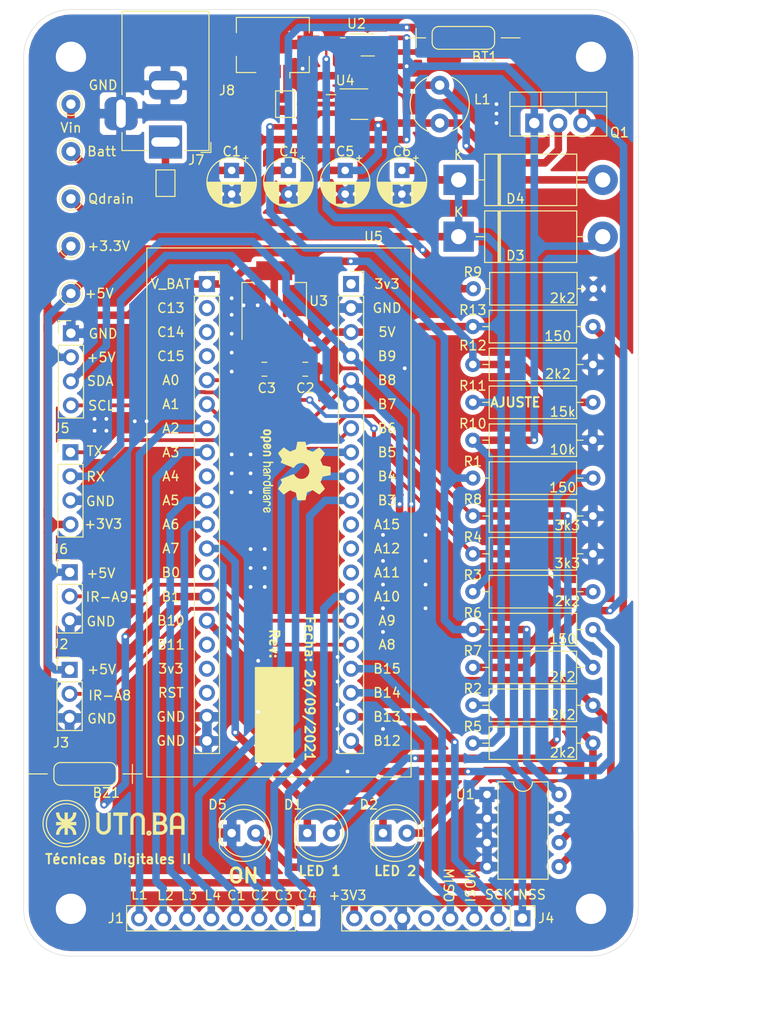
<source format=kicad_pcb>
(kicad_pcb (version 20171130) (host pcbnew 5.1.10-88a1d61d58~90~ubuntu20.04.1)
  (title_block (title "PCB - Sistema de Vigilancia") (date 2021-09-29) (rev v1.5) (company "UTN - FRBA") (comment 1 "Lucas Liaño") (comment 2 "Manuel Dieguez") (comment 3 "Lautaro Golob") (comment 4 "Gabriel Crisafio"))
  (layers (0 F.Cu signal) (31 B.Cu signal) (34 B.Paste user) (35 F.Paste user) (36 B.SilkS user) (37 F.SilkS user) (38 B.Mask user) (39 F.Mask user) (44 Edge.Cuts user))
  (net 0 "")
  (net 1 Earth)
  (net 2 /BATT)
  (net 3 /Buzzer)
  (net 4 /MEASURE)
  (net 5 +5V)
  (net 6 "Net-(D1-Pad2)")
  (net 7 /blupill/LED1_GPIO)
  (net 8 "Net-(D2-Pad2)")
  (net 9 /blupill/LED2_GPIO)
  (net 10 "Net-(D4-Pad2)")
  (net 11 "Net-(D5-Pad2)")
  (net 12 /blupill/L1_GPIO)
  (net 13 /blupill/L2_GPIO)
  (net 14 /blupill/L3_GPIO)
  (net 15 /blupill/L4_GPIO)
  (net 16 /blupill/C1_GPIO)
  (net 17 /blupill/C2_GPIO)
  (net 18 /blupill/C3_GPIO)
  (net 19 /blupill/C4_GPIO)
  (net 20 /blupill/SENSOR1_GPIO)
  (net 21 /blupill/SENSOR2_GPIO)
  (net 22 +3V3)
  (net 23 "Net-(J4-Pad7)")
  (net 24 "Net-(J4-Pad5)")
  (net 25 /blupill/SPI2_MISO)
  (net 26 /blupill/SPI2_MOSI)
  (net 27 /blupill/SPI2_SCK)
  (net 28 /blupill/SPI2_NSS)
  (net 29 /I2C1_SCL)
  (net 30 /I2C1_SDA)
  (net 31 /UART1_TX)
  (net 32 /UART1_RX)
  (net 33 "Net-(J7-Pad1)")
  (net 34 "Net-(J8-Pad1)")
  (net 35 "Net-(J8-Pad2)")
  (net 36 /blupill/ADC12_IN0)
  (net 37 /blupill/ADC12_IN1)
  (net 38 "Net-(U2-Pad6)")
  (net 39 "Net-(U2-Pad7)")
  (net 40 "Net-(J8-Pad3)")
  (net 41 "Net-(R9-Pad2)")
  (net 42 "Net-(R11-Pad2)")
  (net 43 "Net-(U4-Pad6)")
  (net 44 "Net-(U5-Pad26)")
  (net 45 "Net-(U5-Pad22)")
  (net 46 "Net-(U5-Pad24)")
  (net 47 "Net-(U5-Pad33)")
  (net 48 "Net-(U5-Pad5)")
  (net 49 "Net-(U5-Pad7)")
  (net 50 "Net-(U5-Pad17)")
  (net 51 "Net-(U5-Pad25)")
  (net 52 "Net-(U5-Pad31)")
  (net 53 "Net-(U5-Pad3)")
  (net 54 "Net-(C5-Pad1)")
  (net 55 "Net-(U5-Pad2)")
  (net 56 "Net-(U5-Pad35)")
  (module Capacitor_SMD:C_0805_2012Metric_Pad1.18x1.45mm_HandSolder (layer F.Cu) (at 124.7875 88)
    (fp_text reference C2 (at 0 2) (layer F.SilkS))
    (fp_text value 10uF)
    (pad 2 smd roundrect (at 1.0375 0) (size 1.175 1.45) (layers F.Cu F.Paste F.Mask) (roundrect_rratio 0.212766) (net 1 Earth))
    (pad 1 smd roundrect (at -1.0375 0) (size 1.175 1.45) (layers F.Cu F.Paste F.Mask) (roundrect_rratio 0.212766) (net 5 +5V))
  )
  (module Package_TO_SOT_SMD:SOT-223-3_TabPin2 (layer F.Cu) (at 121.5 80.75 90)
    (fp_text reference U3 (at -0.05 4.7 180) (layer F.SilkS))
    (fp_text value LM1117-3.3)
    (pad 1 smd rect (at -3.15 -2.3 90) (size 2 1.5) (layers F.Cu F.Paste F.Mask) (net 1 Earth))
    (pad 3 smd rect (at -3.15 2.3 90) (size 2 1.5) (layers F.Cu F.Paste F.Mask) (net 5 +5V))
    (pad 2 smd rect (at -3.15 0 90) (size 2 1.5) (layers F.Cu F.Paste F.Mask) (net 22 +3V3))
    (pad 2 smd rect (at 3.15 0 90) (size 2 3.8) (layers F.Cu F.Paste F.Mask) (net 22 +3V3))
  )
  (module Capacitor_SMD:C_0805_2012Metric_Pad1.18x1.45mm_HandSolder (layer F.Cu) (at 120.4625 88 180)
    (fp_text reference C3 (at -0.25 -2) (layer F.SilkS))
    (fp_text value 10uF)
    (pad 2 smd roundrect (at 1.0375 0 180) (size 1.175 1.45) (layers F.Cu F.Paste F.Mask) (roundrect_rratio 0.212766) (net 1 Earth))
    (pad 1 smd roundrect (at -1.0375 0 180) (size 1.175 1.45) (layers F.Cu F.Paste F.Mask) (roundrect_rratio 0.212766) (net 22 +3V3))
  )
  (module mylib:Batt (layer F.Cu) (at 101.5 130.75 180)
    (fp_text reference BZ1 (at -2.25 -2 180) (layer F.SilkS))
    (fp_text value Buzzer)
    (pad 2 smd roundrect (at 2 0 180) (size 2 2) (layers F.Cu F.Mask) (net 1 Earth))
    (pad 1 smd roundrect (at -2 0 180) (size 2 2) (layers F.Cu F.Mask) (net 3 /Buzzer))
  )
  (module mylib:Batt (layer F.Cu) (at 141.5 53)
    (fp_text reference BT1 (at 2.25 2) (layer F.SilkS))
    (fp_text value Batt)
    (pad 2 smd roundrect (at 2 0) (size 2 2) (layers F.Cu F.Mask) (net 1 Earth))
    (pad 1 smd roundrect (at -2 0) (size 2 2) (layers F.Cu F.Mask) (net 2 /BATT))
  )
  (module Symbol:OSHW-Logo2_9.8x8mm_SilkScreen (layer F.Cu) (at 123.75 98.75 270)
    (fp_text reference REF** hide)
    (fp_text value OSHW-Logo2_9.8x8mm_SilkScreen hide)
  )
  (module TestPoint:TestPoint_THTPad_D2.0mm_Drill1.0mm (layer F.Cu) (at 100 75)
    (fp_text reference TP1 hide)
    (fp_text value +3.3V (at 4 0) (layer F.SilkS))
    (pad 1 thru_hole circle (at 0 0) (size 2 2) (drill 1) (layers *.Cu *.Mask) (net 22 +3V3))
  )
  (module mylib:bluepill (layer F.Cu) (at 122 79)
    (fp_text reference U5 (at 10 -5) (layer F.SilkS))
    (fp_text value BluePill_Connector)
    (fp_text user A0 (at -11.43 10.16) (layer F.SilkS))
    (fp_text user GND (at -11.43 48.26) (layer F.SilkS))
    (fp_text user C13 (at -11.43 2.54) (layer F.SilkS))
    (fp_text user B11 (at -11.43 38.1) (layer F.SilkS))
    (fp_text user 3v3 (at -11.43 40.64) (layer F.SilkS))
    (fp_text user V_BAT (at -11.43 0) (layer F.SilkS))
    (fp_text user B10 (at -11.43 35.56) (layer F.SilkS))
    (fp_text user GND (at -11.43 45.72) (layer F.SilkS))
    (fp_text user C14 (at -11.43 5.08) (layer F.SilkS))
    (fp_text user B0 (at -11.43 30.48) (layer F.SilkS))
    (fp_text user A6 (at -11.43 25.4) (layer F.SilkS))
    (fp_text user A7 (at -11.43 27.94) (layer F.SilkS))
    (fp_text user RST (at -11.43 43.18) (layer F.SilkS))
    (fp_text user A5 (at -11.43 22.86) (layer F.SilkS))
    (fp_text user A2 (at -11.43 15.24) (layer F.SilkS))
    (fp_text user A4 (at -11.43 20.32) (layer F.SilkS))
    (fp_text user A3 (at -11.43 17.78) (layer F.SilkS))
    (fp_text user A1 (at -11.43 12.7) (layer F.SilkS))
    (fp_text user B1 (at -11.43 33.02) (layer F.SilkS))
    (fp_text user C15 (at -11.43 7.62) (layer F.SilkS))
    (fp_text user B12 (at 11.43 48.26) (layer F.SilkS))
    (fp_text user B15 (at 11.43 40.64) (layer F.SilkS))
    (fp_text user A8 (at 11.43 38.1) (layer F.SilkS))
    (fp_text user B14 (at 11.43 43.18) (layer F.SilkS))
    (fp_text user B13 (at 11.43 45.72) (layer F.SilkS))
    (fp_text user A9 (at 11.43 35.56) (layer F.SilkS))
    (fp_text user A12 (at 11.43 27.94) (layer F.SilkS))
    (fp_text user A15 (at 11.43 25.4) (layer F.SilkS))
    (fp_text user A11 (at 11.43 30.48) (layer F.SilkS))
    (fp_text user A10 (at 11.43 33.02) (layer F.SilkS))
    (fp_text user B3 (at 11.43 22.86) (layer F.SilkS))
    (fp_text user B6 (at 11.43 15.24) (layer F.SilkS))
    (fp_text user B7 (at 11.43 12.7) (layer F.SilkS))
    (fp_text user B5 (at 11.43 17.78) (layer F.SilkS))
    (fp_text user B4 (at 11.43 20.32) (layer F.SilkS))
    (fp_text user B8 (at 11.43 10.16) (layer F.SilkS))
    (fp_text user B9 (at 11.43 7.62) (layer F.SilkS))
    (fp_text user 5V (at 11.43 5.08) (layer F.SilkS))
    (fp_text user GND (at 11.43 2.54) (layer F.SilkS))
    (fp_text user 3v3 (at 11.43 0) (layer F.SilkS))
    (pad 34 thru_hole oval (at 7.62 40.64) (size 1.7 1.7) (drill 1) (layers *.Cu *.Mask) (net 26 /blupill/SPI2_MOSI))
    (pad 36 thru_hole oval (at 7.62 43.18) (size 1.7 1.7) (drill 1) (layers *.Cu *.Mask) (net 25 /blupill/SPI2_MISO))
    (pad 38 thru_hole oval (at 7.62 45.72) (size 1.7 1.7) (drill 1) (layers *.Cu *.Mask) (net 27 /blupill/SPI2_SCK))
    (pad 40 thru_hole oval (at 7.62 48.26) (size 1.7 1.7) (drill 1) (layers *.Cu *.Mask) (net 28 /blupill/SPI2_NSS))
    (pad 14 thru_hole oval (at 7.62 15.24) (size 1.7 1.7) (drill 1) (layers *.Cu *.Mask) (net 31 /UART1_TX))
    (pad 6 thru_hole oval (at 7.62 5.08) (size 1.7 1.7) (drill 1) (layers *.Cu *.Mask) (net 5 +5V))
    (pad 2 thru_hole rect (at 7.62 0) (size 1.7 1.7) (drill 1) (layers *.Cu *.Mask) (net 55 "Net-(U5-Pad2)"))
    (pad 8 thru_hole oval (at 7.62 7.62) (size 1.7 1.7) (drill 1) (layers *.Cu *.Mask) (net 30 /I2C1_SDA))
    (pad 18 thru_hole oval (at 7.62 20.32) (size 1.7 1.7) (drill 1) (layers *.Cu *.Mask) (net 17 /blupill/C2_GPIO))
    (pad 26 thru_hole oval (at 7.62 30.48) (size 1.7 1.7) (drill 1) (layers *.Cu *.Mask) (net 44 "Net-(U5-Pad26)"))
    (pad 28 thru_hole oval (at 7.62 33.02) (size 1.7 1.7) (drill 1) (layers *.Cu *.Mask) (net 19 /blupill/C4_GPIO))
    (pad 30 thru_hole oval (at 7.62 35.56) (size 1.7 1.7) (drill 1) (layers *.Cu *.Mask) (net 20 /blupill/SENSOR1_GPIO))
    (pad 32 thru_hole oval (at 7.62 38.1) (size 1.7 1.7) (drill 1) (layers *.Cu *.Mask) (net 21 /blupill/SENSOR2_GPIO))
    (pad 12 thru_hole oval (at 7.62 12.7) (size 1.7 1.7) (drill 1) (layers *.Cu *.Mask) (net 32 /UART1_RX))
    (pad 16 thru_hole oval (at 7.62 17.78) (size 1.7 1.7) (drill 1) (layers *.Cu *.Mask) (net 16 /blupill/C1_GPIO))
    (pad 20 thru_hole oval (at 7.62 22.86) (size 1.7 1.7) (drill 1) (layers *.Cu *.Mask) (net 18 /blupill/C3_GPIO))
    (pad 10 thru_hole oval (at 7.62 10.16) (size 1.7 1.7) (drill 1) (layers *.Cu *.Mask) (net 29 /I2C1_SCL))
    (pad 22 thru_hole oval (at 7.62 25.4) (size 1.7 1.7) (drill 1) (layers *.Cu *.Mask) (net 45 "Net-(U5-Pad22)"))
    (pad 24 thru_hole oval (at 7.62 27.94) (size 1.7 1.7) (drill 1) (layers *.Cu *.Mask) (net 46 "Net-(U5-Pad24)"))
    (pad 4 thru_hole oval (at 7.62 2.54) (size 1.7 1.7) (drill 1) (layers *.Cu *.Mask) (net 1 Earth))
    (pad 33 thru_hole oval (at -7.62 40.64) (size 1.7 1.7) (drill 1) (layers *.Cu *.Mask) (net 47 "Net-(U5-Pad33)"))
    (pad 35 thru_hole oval (at -7.62 43.18) (size 1.7 1.7) (drill 1) (layers *.Cu *.Mask) (net 56 "Net-(U5-Pad35)"))
    (pad 37 thru_hole oval (at -7.62 45.72) (size 1.7 1.7) (drill 1) (layers *.Cu *.Mask) (net 1 Earth))
    (pad 39 thru_hole oval (at -7.62 48.26) (size 1.7 1.7) (drill 1) (layers *.Cu *.Mask) (net 1 Earth))
    (pad 13 thru_hole oval (at -7.62 15.24) (size 1.7 1.7) (drill 1) (layers *.Cu *.Mask) (net 12 /blupill/L1_GPIO))
    (pad 5 thru_hole oval (at -7.62 5.08) (size 1.7 1.7) (drill 1) (layers *.Cu *.Mask) (net 48 "Net-(U5-Pad5)"))
    (pad 1 thru_hole rect (at -7.62 0) (size 1.7 1.7) (drill 1) (layers *.Cu *.Mask) (net 22 +3V3))
    (pad 7 thru_hole oval (at -7.62 7.62) (size 1.7 1.7) (drill 1) (layers *.Cu *.Mask) (net 49 "Net-(U5-Pad7)"))
    (pad 17 thru_hole oval (at -7.62 20.32) (size 1.7 1.7) (drill 1) (layers *.Cu *.Mask) (net 50 "Net-(U5-Pad17)"))
    (pad 25 thru_hole oval (at -7.62 30.48) (size 1.7 1.7) (drill 1) (layers *.Cu *.Mask) (net 51 "Net-(U5-Pad25)"))
    (pad 27 thru_hole oval (at -7.62 33.02) (size 1.7 1.7) (drill 1) (layers *.Cu *.Mask) (net 3 /Buzzer))
    (pad 29 thru_hole oval (at -7.62 35.56) (size 1.7 1.7) (drill 1) (layers *.Cu *.Mask) (net 9 /blupill/LED2_GPIO))
    (pad 31 thru_hole oval (at -7.62 38.1) (size 1.7 1.7) (drill 1) (layers *.Cu *.Mask) (net 52 "Net-(U5-Pad31)"))
    (pad 11 thru_hole oval (at -7.62 12.7) (size 1.7 1.7) (drill 1) (layers *.Cu *.Mask) (net 37 /blupill/ADC12_IN1))
    (pad 15 thru_hole oval (at -7.62 17.78) (size 1.7 1.7) (drill 1) (layers *.Cu *.Mask) (net 13 /blupill/L2_GPIO))
    (pad 19 thru_hole oval (at -7.62 22.86) (size 1.7 1.7) (drill 1) (layers *.Cu *.Mask) (net 14 /blupill/L3_GPIO))
    (pad 9 thru_hole oval (at -7.62 10.16) (size 1.7 1.7) (drill 1) (layers *.Cu *.Mask) (net 36 /blupill/ADC12_IN0))
    (pad 21 thru_hole oval (at -7.62 25.4) (size 1.7 1.7) (drill 1) (layers *.Cu *.Mask) (net 15 /blupill/L4_GPIO))
    (pad 23 thru_hole oval (at -7.62 27.94) (size 1.7 1.7) (drill 1) (layers *.Cu *.Mask) (net 7 /blupill/LED1_GPIO))
    (pad 3 thru_hole oval (at -7.62 2.54) (size 1.7 1.7) (drill 1) (layers *.Cu *.Mask) (net 53 "Net-(U5-Pad3)"))
  )
  (module Package_DIP:DIP-8_W7.62mm (layer F.Cu) (at 144 132.92)
    (fp_text reference U1 (at -2.3 -0.02) (layer F.SilkS))
    (fp_text value M24C02)
    (pad 8 thru_hole oval (at 7.62 0) (size 1.6 1.6) (drill 0.8) (layers *.Cu *.Mask) (net 22 +3V3))
    (pad 4 thru_hole oval (at 0 7.62) (size 1.6 1.6) (drill 0.8) (layers *.Cu *.Mask) (net 1 Earth))
    (pad 7 thru_hole oval (at 7.62 2.54) (size 1.6 1.6) (drill 0.8) (layers *.Cu *.Mask) (net 1 Earth))
    (pad 3 thru_hole oval (at 0 5.08) (size 1.6 1.6) (drill 0.8) (layers *.Cu *.Mask) (net 1 Earth))
    (pad 6 thru_hole oval (at 7.62 5.08) (size 1.6 1.6) (drill 0.8) (layers *.Cu *.Mask) (net 29 /I2C1_SCL))
    (pad 2 thru_hole oval (at 0 2.54) (size 1.6 1.6) (drill 0.8) (layers *.Cu *.Mask) (net 1 Earth))
    (pad 5 thru_hole oval (at 7.62 7.62) (size 1.6 1.6) (drill 0.8) (layers *.Cu *.Mask) (net 30 /I2C1_SDA))
    (pad 1 thru_hole rect (at 0 0) (size 1.6 1.6) (drill 0.8) (layers *.Cu *.Mask) (net 1 Earth))
  )
  (module Diode_THT:D_DO-201AD_P15.24mm_Horizontal (layer F.Cu) (at 141 68)
    (fp_text reference D4 (at 6 2) (layer F.SilkS))
    (fp_text value "1N5822 - 500mV")
    (fp_text user K (at 0 -2.6) (layer F.SilkS))
    (pad 2 thru_hole oval (at 15.24 0) (size 3.2 3.2) (drill 1.6) (layers *.Cu *.Mask) (net 10 "Net-(D4-Pad2)"))
    (pad 1 thru_hole rect (at 0 0) (size 3.2 3.2) (drill 1.6) (layers *.Cu *.Mask) (net 5 +5V))
  )
  (module Diode_THT:D_DO-201AD_P15.24mm_Horizontal (layer F.Cu) (at 141 74)
    (fp_text reference D3 (at 6 2) (layer F.SilkS))
    (fp_text value "1N5822 - 500mV")
    (fp_text user K (at 0 -2.6) (layer F.SilkS))
    (pad 2 thru_hole oval (at 15.24 0) (size 3.2 3.2) (drill 1.6) (layers *.Cu *.Mask) (net 4 /MEASURE))
    (pad 1 thru_hole rect (at 0 0) (size 3.2 3.2) (drill 1.6) (layers *.Cu *.Mask) (net 5 +5V))
  )
  (module Connector_USB:USB_Micro-B_Amphenol_10104110_Horizontal (layer F.Cu) (at 121.35 55 180)
    (fp_text reference J8 (at 4.85 -3.55) (layer F.SilkS))
    (fp_text value USB_B_Micro)
    (pad 1 smd rect (at -1.3 -1.55 180) (size 0.4 1.4) (layers F.Cu F.Paste F.Mask) (net 34 "Net-(J8-Pad1)"))
    (pad 2 smd rect (at -0.65 -1.55 180) (size 0.4 1.4) (layers F.Cu F.Paste F.Mask) (net 35 "Net-(J8-Pad2)"))
    (pad 3 smd rect (at 0 -1.55 180) (size 0.4 1.4) (layers F.Cu F.Paste F.Mask) (net 40 "Net-(J8-Pad3)"))
    (pad 4 smd rect (at 0.65 -1.55 180) (size 0.4 1.4) (layers F.Cu F.Paste F.Mask) (net 1 Earth))
    (pad 5 smd rect (at 1.3 -1.55 180) (size 0.4 1.4) (layers F.Cu F.Paste F.Mask) (net 1 Earth))
    (pad 6 smd rect (at -3.75 1.3 180) (size 2.3 1.9) (layers F.Cu F.Paste F.Mask) (net 1 Earth))
    (pad 6 smd rect (at 3.75 1.3 180) (size 2.3 1.9) (layers F.Cu F.Paste F.Mask) (net 1 Earth))
    (pad 6 smd rect (at -1.15 1.3 180) (size 1.8 1.9) (layers F.Cu F.Paste F.Mask) (net 1 Earth))
    (pad 6 smd rect (at 1.15 1.3 180) (size 1.8 1.9) (layers F.Cu F.Paste F.Mask) (net 1 Earth))
  )
  (module Resistor_THT:R_Axial_DIN0309_L9.0mm_D3.2mm_P12.70mm_Horizontal (layer F.Cu) (at 142.5 127.5)
    (fp_text reference R5 (at 0 -1.75) (layer F.SilkS))
    (fp_text value 2k2 (at 9.5 1) (layer F.SilkS))
    (pad 2 thru_hole oval (at 12.7 0) (size 1.6 1.6) (drill 0.8) (layers *.Cu *.Mask) (net 29 /I2C1_SCL))
    (pad 1 thru_hole circle (at 0 0) (size 1.6 1.6) (drill 0.8) (layers *.Cu *.Mask) (net 5 +5V))
  )
  (module Resistor_THT:R_Axial_DIN0309_L9.0mm_D3.2mm_P12.70mm_Horizontal (layer F.Cu) (at 142.5 123.5)
    (fp_text reference R2 (at 0 -1.75) (layer F.SilkS))
    (fp_text value 2k2 (at 9.5 1) (layer F.SilkS))
    (pad 2 thru_hole oval (at 12.7 0) (size 1.6 1.6) (drill 0.8) (layers *.Cu *.Mask) (net 30 /I2C1_SDA))
    (pad 1 thru_hole circle (at 0 0) (size 1.6 1.6) (drill 0.8) (layers *.Cu *.Mask) (net 5 +5V))
  )
  (module Resistor_THT:R_Axial_DIN0309_L9.0mm_D3.2mm_P12.70mm_Horizontal (layer F.Cu) (at 142.5 87.5)
    (fp_text reference R12 (at 0 -2) (layer F.SilkS))
    (fp_text value 2k2 (at 9 1) (layer F.SilkS))
    (pad 2 thru_hole oval (at 12.7 0) (size 1.6 1.6) (drill 0.8) (layers *.Cu *.Mask) (net 1 Earth))
    (pad 1 thru_hole circle (at 0 0) (size 1.6 1.6) (drill 0.8) (layers *.Cu *.Mask) (net 42 "Net-(R11-Pad2)"))
  )
  (module Resistor_THT:R_Axial_DIN0309_L9.0mm_D3.2mm_P12.70mm_Horizontal (layer F.Cu) (at 142.5 91.5)
    (fp_text reference R11 (at 0 -1.75) (layer F.SilkS))
    (fp_text value 15k (at 9.5 1) (layer F.SilkS))
    (pad 2 thru_hole oval (at 12.7 0) (size 1.6 1.6) (drill 0.8) (layers *.Cu *.Mask) (net 42 "Net-(R11-Pad2)"))
    (pad 1 thru_hole circle (at 0 0) (size 1.6 1.6) (drill 0.8) (layers *.Cu *.Mask) (net 5 +5V))
  )
  (module Resistor_THT:R_Axial_DIN0309_L9.0mm_D3.2mm_P12.70mm_Horizontal (layer F.Cu) (at 142.5 103.5)
    (fp_text reference R8 (at 0 -1.75) (layer F.SilkS))
    (fp_text value 3k3 (at 10 1) (layer F.SilkS))
    (pad 2 thru_hole oval (at 12.7 0) (size 1.6 1.6) (drill 0.8) (layers *.Cu *.Mask) (net 1 Earth))
    (pad 1 thru_hole circle (at 0 0) (size 1.6 1.6) (drill 0.8) (layers *.Cu *.Mask) (net 37 /blupill/ADC12_IN1))
  )
  (module Resistor_THT:R_Axial_DIN0309_L9.0mm_D3.2mm_P12.70mm_Horizontal (layer F.Cu) (at 142.5 119.5)
    (fp_text reference R7 (at 0 -1.75) (layer F.SilkS))
    (fp_text value 2k2 (at 9.5 1) (layer F.SilkS))
    (pad 2 thru_hole oval (at 12.7 0) (size 1.6 1.6) (drill 0.8) (layers *.Cu *.Mask) (net 37 /blupill/ADC12_IN1))
    (pad 1 thru_hole circle (at 0 0) (size 1.6 1.6) (drill 0.8) (layers *.Cu *.Mask) (net 2 /BATT))
  )
  (module Resistor_THT:R_Axial_DIN0309_L9.0mm_D3.2mm_P12.70mm_Horizontal (layer F.Cu) (at 142.5 83.5)
    (fp_text reference R13 (at 0 -1.75) (layer F.SilkS))
    (fp_text value 150 (at 9 1) (layer F.SilkS))
    (pad 2 thru_hole oval (at 12.7 0) (size 1.6 1.6) (drill 0.8) (layers *.Cu *.Mask) (net 11 "Net-(D5-Pad2)"))
    (pad 1 thru_hole circle (at 0 0) (size 1.6 1.6) (drill 0.8) (layers *.Cu *.Mask) (net 5 +5V))
  )
  (module Resistor_THT:R_Axial_DIN0309_L9.0mm_D3.2mm_P12.70mm_Horizontal (layer F.Cu) (at 142.5 107.5)
    (fp_text reference R4 (at 0 -1.75) (layer F.SilkS))
    (fp_text value 3k3 (at 10 1) (layer F.SilkS))
    (pad 2 thru_hole oval (at 12.7 0) (size 1.6 1.6) (drill 0.8) (layers *.Cu *.Mask) (net 1 Earth))
    (pad 1 thru_hole circle (at 0 0) (size 1.6 1.6) (drill 0.8) (layers *.Cu *.Mask) (net 36 /blupill/ADC12_IN0))
  )
  (module Resistor_THT:R_Axial_DIN0309_L9.0mm_D3.2mm_P12.70mm_Horizontal (layer F.Cu) (at 142.5 111.5)
    (fp_text reference R3 (at 0 -1.75) (layer F.SilkS))
    (fp_text value 2k2 (at 10 1) (layer F.SilkS))
    (pad 2 thru_hole oval (at 12.7 0) (size 1.6 1.6) (drill 0.8) (layers *.Cu *.Mask) (net 36 /blupill/ADC12_IN0))
    (pad 1 thru_hole circle (at 0 0) (size 1.6 1.6) (drill 0.8) (layers *.Cu *.Mask) (net 4 /MEASURE))
  )
  (module Resistor_THT:R_Axial_DIN0309_L9.0mm_D3.2mm_P12.70mm_Horizontal (layer F.Cu) (at 142.5 95.5)
    (fp_text reference R10 (at 0 -1.75) (layer F.SilkS))
    (fp_text value 10k (at 9.5 1) (layer F.SilkS))
    (pad 2 thru_hole oval (at 12.7 0) (size 1.6 1.6) (drill 0.8) (layers *.Cu *.Mask) (net 1 Earth))
    (pad 1 thru_hole circle (at 0 0) (size 1.6 1.6) (drill 0.8) (layers *.Cu *.Mask) (net 4 /MEASURE))
  )
  (module Resistor_THT:R_Axial_DIN0309_L9.0mm_D3.2mm_P12.70mm_Horizontal (layer F.Cu) (at 155.25 79.5 180)
    (fp_text reference R9 (at 12.75 1.75) (layer F.SilkS))
    (fp_text value 2k2 (at 3.25 -1) (layer F.SilkS))
    (pad 2 thru_hole oval (at 12.7 0 180) (size 1.6 1.6) (drill 0.8) (layers *.Cu *.Mask) (net 41 "Net-(R9-Pad2)"))
    (pad 1 thru_hole circle (at 0 0 180) (size 1.6 1.6) (drill 0.8) (layers *.Cu *.Mask) (net 1 Earth))
  )
  (module Resistor_THT:R_Axial_DIN0309_L9.0mm_D3.2mm_P12.70mm_Horizontal (layer F.Cu) (at 142.5 115.5)
    (fp_text reference R6 (at 0 -1.75) (layer F.SilkS))
    (fp_text value 150 (at 9.5 1) (layer F.SilkS))
    (pad 2 thru_hole oval (at 12.7 0) (size 1.6 1.6) (drill 0.8) (layers *.Cu *.Mask) (net 8 "Net-(D2-Pad2)"))
    (pad 1 thru_hole circle (at 0 0) (size 1.6 1.6) (drill 0.8) (layers *.Cu *.Mask) (net 22 +3V3))
  )
  (module Resistor_THT:R_Axial_DIN0309_L9.0mm_D3.2mm_P12.70mm_Horizontal (layer F.Cu) (at 142.5 99.5)
    (fp_text reference R1 (at 0 -1.75) (layer F.SilkS))
    (fp_text value 150 (at 9.5 1) (layer F.SilkS))
    (pad 2 thru_hole oval (at 12.7 0) (size 1.6 1.6) (drill 0.8) (layers *.Cu *.Mask) (net 6 "Net-(D1-Pad2)"))
    (pad 1 thru_hole circle (at 0 0) (size 1.6 1.6) (drill 0.8) (layers *.Cu *.Mask) (net 22 +3V3))
  )
  (module Capacitor_THT:CP_Radial_D5.0mm_P2.50mm (layer F.Cu) (at 135 67 270)
    (fp_text reference C6 (at -2 0 180) (layer F.SilkS))
    (fp_text value 22uF)
    (pad 2 thru_hole circle (at 2.5 0 270) (size 1.6 1.6) (drill 0.8) (layers *.Cu *.Mask) (net 1 Earth))
    (pad 1 thru_hole rect (at 0 0 270) (size 1.6 1.6) (drill 0.8) (layers *.Cu *.Mask) (net 5 +5V))
  )
  (module Capacitor_THT:CP_Radial_D5.0mm_P2.50mm (layer F.Cu) (at 129 67 270)
    (fp_text reference C5 (at -2 0 180) (layer F.SilkS))
    (fp_text value 22uF)
    (pad 2 thru_hole circle (at 2.5 0 270) (size 1.6 1.6) (drill 0.8) (layers *.Cu *.Mask) (net 1 Earth))
    (pad 1 thru_hole rect (at 0 0 270) (size 1.6 1.6) (drill 0.8) (layers *.Cu *.Mask) (net 54 "Net-(C5-Pad1)"))
  )
  (module Capacitor_THT:CP_Radial_D5.0mm_P2.50mm (layer F.Cu) (at 123 67 270)
    (fp_text reference C4 (at -2 0 180) (layer F.SilkS))
    (fp_text value 10uF)
    (pad 2 thru_hole circle (at 2.5 0 270) (size 1.6 1.6) (drill 0.8) (layers *.Cu *.Mask) (net 1 Earth))
    (pad 1 thru_hole rect (at 0 0 270) (size 1.6 1.6) (drill 0.8) (layers *.Cu *.Mask) (net 2 /BATT))
  )
  (module Capacitor_THT:CP_Radial_D5.0mm_P2.50mm (layer F.Cu) (at 117 67 270)
    (fp_text reference C1 (at -2 0 180) (layer F.SilkS))
    (fp_text value 10uF)
    (pad 2 thru_hole circle (at 2.5 0 270) (size 1.6 1.6) (drill 0.8) (layers *.Cu *.Mask) (net 1 Earth))
    (pad 1 thru_hole rect (at 0 0 270) (size 1.6 1.6) (drill 0.8) (layers *.Cu *.Mask) (net 4 /MEASURE))
  )
  (module mylib:UTN.BA-Letras (layer F.Cu) (at 99.5 136)
    (fp_text reference LogoUTN.BA-Letras)
    (fp_text value UTN.BA-Letras)
  )
  (module Connector_PinHeader_2.54mm:PinHeader_1x03_P2.54mm_Vertical (layer F.Cu) (at 99.859 119.754)
    (fp_text reference J3 (at -0.9 7.7) (layer F.SilkS))
    (fp_text value S2)
    (pad 3 thru_hole oval (at 0 5.08) (size 1.7 1.7) (drill 1) (layers *.Cu *.Mask) (net 1 Earth))
    (pad 2 thru_hole oval (at 0 2.54) (size 1.7 1.7) (drill 1) (layers *.Cu *.Mask) (net 21 /blupill/SENSOR2_GPIO))
    (pad 1 thru_hole rect (at 0 0) (size 1.7 1.7) (drill 1) (layers *.Cu *.Mask) (net 5 +5V))
  )
  (module Connector_PinHeader_2.54mm:PinHeader_1x03_P2.54mm_Vertical (layer F.Cu) (at 99.876 109.454)
    (fp_text reference J2 (at -1 7.6) (layer F.SilkS))
    (fp_text value S1)
    (pad 3 thru_hole oval (at 0 5.08) (size 1.7 1.7) (drill 1) (layers *.Cu *.Mask) (net 1 Earth))
    (pad 2 thru_hole oval (at 0 2.54) (size 1.7 1.7) (drill 1) (layers *.Cu *.Mask) (net 20 /blupill/SENSOR1_GPIO))
    (pad 1 thru_hole rect (at 0 0) (size 1.7 1.7) (drill 1) (layers *.Cu *.Mask) (net 5 +5V))
  )
  (module Connector_PinHeader_2.54mm:PinHeader_1x04_P2.54mm_Vertical (layer F.Cu) (at 99.949 96.774)
    (fp_text reference J6 (at -1.1 10.24) (layer F.SilkS))
    (fp_text value HC06)
    (pad 4 thru_hole oval (at 0 7.62) (size 1.7 1.7) (drill 1) (layers *.Cu *.Mask) (net 22 +3V3))
    (pad 3 thru_hole oval (at 0 5.08) (size 1.7 1.7) (drill 1) (layers *.Cu *.Mask) (net 1 Earth))
    (pad 2 thru_hole oval (at 0 2.54) (size 1.7 1.7) (drill 1) (layers *.Cu *.Mask) (net 32 /UART1_RX))
    (pad 1 thru_hole rect (at 0 0) (size 1.7 1.7) (drill 1) (layers *.Cu *.Mask) (net 31 /UART1_TX))
  )
  (module Connector_PinHeader_2.54mm:PinHeader_1x04_P2.54mm_Vertical (layer F.Cu) (at 100 84.201)
    (fp_text reference J5 (at -1 10.04) (layer F.SilkS))
    (fp_text value Display)
    (pad 4 thru_hole oval (at 0 7.62) (size 1.7 1.7) (drill 1) (layers *.Cu *.Mask) (net 29 /I2C1_SCL))
    (pad 3 thru_hole oval (at 0 5.08) (size 1.7 1.7) (drill 1) (layers *.Cu *.Mask) (net 30 /I2C1_SDA))
    (pad 2 thru_hole oval (at 0 2.54) (size 1.7 1.7) (drill 1) (layers *.Cu *.Mask) (net 5 +5V))
    (pad 1 thru_hole rect (at 0 0) (size 1.7 1.7) (drill 1) (layers *.Cu *.Mask) (net 1 Earth))
  )
  (module Package_TO_SOT_THT:TO-220-3_Vertical (layer F.Cu) (at 149 62)
    (fp_text reference Q1 (at 9 1) (layer F.SilkS))
    (fp_text value IRF9Z20)
    (pad 3 thru_hole oval (at 5.08 0) (size 1.905 2) (drill 1.1) (layers *.Cu *.Mask) (net 2 /BATT))
    (pad 2 thru_hole oval (at 2.54 0) (size 1.905 2) (drill 1.1) (layers *.Cu *.Mask) (net 54 "Net-(C5-Pad1)"))
    (pad 1 thru_hole rect (at 0 0) (size 1.905 2) (drill 1.1) (layers *.Cu *.Mask) (net 4 /MEASURE))
  )
  (module TestPoint:TestPoint_THTPad_D2.0mm_Drill1.0mm (layer F.Cu) (at 100 80 270)
    (fp_text reference TP5 hide)
    (fp_text value +5V (at 0 -3 180) (layer F.SilkS))
    (pad 1 thru_hole circle (at 0 0 270) (size 2 2) (drill 1) (layers *.Cu *.Mask) (net 5 +5V))
  )
  (module TestPoint:TestPoint_THTPad_D2.0mm_Drill1.0mm (layer F.Cu) (at 100 70 270)
    (fp_text reference TP4 hide)
    (fp_text value Qdrain (at 0 -4.25 180) (layer F.SilkS))
    (pad 1 thru_hole circle (at 0 0 270) (size 2 2) (drill 1) (layers *.Cu *.Mask) (net 54 "Net-(C5-Pad1)"))
  )
  (module TestPoint:TestPoint_THTPad_D2.0mm_Drill1.0mm (layer F.Cu) (at 100 65 270)
    (fp_text reference TP3 hide)
    (fp_text value Batt (at 0 -3.25 180) (layer F.SilkS))
    (pad 1 thru_hole circle (at 0 0 270) (size 2 2) (drill 1) (layers *.Cu *.Mask) (net 2 /BATT))
  )
  (module TestPoint:TestPoint_THTPad_D2.0mm_Drill1.0mm (layer F.Cu) (at 100 60)
    (fp_text reference TP2 hide)
    (fp_text value Vin (at 0 2.5) (layer F.SilkS))
    (pad 1 thru_hole circle (at 0 0) (size 2 2) (drill 1) (layers *.Cu *.Mask) (net 4 /MEASURE))
  )
  (module LED_THT:LED_D5.0mm (layer F.Cu) (at 117 137)
    (fp_text reference D5 (at -1.5 -3) (layer F.SilkS))
    (fp_text value LED_Green@2V)
    (pad 2 thru_hole circle (at 2.54 0) (size 1.8 1.8) (drill 0.9) (layers *.Cu *.Mask) (net 11 "Net-(D5-Pad2)"))
    (pad 1 thru_hole rect (at 0 0) (size 1.8 1.8) (drill 0.9) (layers *.Cu *.Mask) (net 1 Earth))
  )
  (module Connector_BarrelJack:BarrelJack_Horizontal (layer F.Cu) (at 110 64 270)
    (fp_text reference J7 (at 1.9 -3.25 180) (layer F.SilkS))
    (fp_text value Barrel_Jack)
    (pad 3 thru_hole roundrect (at -3 4.7 270) (size 3.5 3.5) (drill oval 3 1) (layers *.Cu *.Mask) (net 1 Earth))
    (pad 2 thru_hole roundrect (at -6 0 270) (size 3 3.5) (drill oval 1 3) (layers *.Cu *.Mask) (net 1 Earth))
    (pad 1 thru_hole rect (at 0 0 270) (size 3.5 3.5) (drill oval 1 3) (layers *.Cu *.Mask) (net 33 "Net-(J7-Pad1)"))
  )
  (module Connector_PinHeader_2.54mm:PinHeader_1x08_P2.54mm_Vertical (layer F.Cu) (at 147.74 146 270)
    (fp_text reference J4 (at 0 -2.51 180) (layer F.SilkS))
    (fp_text value Conn_01x08_Female)
    (pad 8 thru_hole oval (at 0 17.78 270) (size 1.7 1.7) (drill 1) (layers *.Cu *.Mask) (net 22 +3V3))
    (pad 7 thru_hole oval (at 0 15.24 270) (size 1.7 1.7) (drill 1) (layers *.Cu *.Mask) (net 23 "Net-(J4-Pad7)"))
    (pad 6 thru_hole oval (at 0 12.7 270) (size 1.7 1.7) (drill 1) (layers *.Cu *.Mask) (net 1 Earth))
    (pad 5 thru_hole oval (at 0 10.16 270) (size 1.7 1.7) (drill 1) (layers *.Cu *.Mask) (net 24 "Net-(J4-Pad5)"))
    (pad 4 thru_hole oval (at 0 7.62 270) (size 1.7 1.7) (drill 1) (layers *.Cu *.Mask) (net 25 /blupill/SPI2_MISO))
    (pad 3 thru_hole oval (at 0 5.08 270) (size 1.7 1.7) (drill 1) (layers *.Cu *.Mask) (net 26 /blupill/SPI2_MOSI))
    (pad 2 thru_hole oval (at 0 2.54 270) (size 1.7 1.7) (drill 1) (layers *.Cu *.Mask) (net 27 /blupill/SPI2_SCK))
    (pad 1 thru_hole rect (at 0 0 270) (size 1.7 1.7) (drill 1) (layers *.Cu *.Mask) (net 28 /blupill/SPI2_NSS))
  )
  (module Connector_PinHeader_2.54mm:PinHeader_1x08_P2.54mm_Vertical (layer F.Cu) (at 125 146 270)
    (fp_text reference J1 (at 0 20.25 180) (layer F.SilkS))
    (fp_text value Conn_01x08_Female)
    (pad 8 thru_hole oval (at 0 17.78 270) (size 1.7 1.7) (drill 1) (layers *.Cu *.Mask) (net 12 /blupill/L1_GPIO))
    (pad 7 thru_hole oval (at 0 15.24 270) (size 1.7 1.7) (drill 1) (layers *.Cu *.Mask) (net 13 /blupill/L2_GPIO))
    (pad 6 thru_hole oval (at 0 12.7 270) (size 1.7 1.7) (drill 1) (layers *.Cu *.Mask) (net 14 /blupill/L3_GPIO))
    (pad 5 thru_hole oval (at 0 10.16 270) (size 1.7 1.7) (drill 1) (layers *.Cu *.Mask) (net 15 /blupill/L4_GPIO))
    (pad 4 thru_hole oval (at 0 7.62 270) (size 1.7 1.7) (drill 1) (layers *.Cu *.Mask) (net 16 /blupill/C1_GPIO))
    (pad 3 thru_hole oval (at 0 5.08 270) (size 1.7 1.7) (drill 1) (layers *.Cu *.Mask) (net 17 /blupill/C2_GPIO))
    (pad 2 thru_hole oval (at 0 2.54 270) (size 1.7 1.7) (drill 1) (layers *.Cu *.Mask) (net 18 /blupill/C3_GPIO))
    (pad 1 thru_hole rect (at 0 0 270) (size 1.7 1.7) (drill 1) (layers *.Cu *.Mask) (net 19 /blupill/C4_GPIO))
  )
  (module LED_THT:LED_D5.0mm (layer F.Cu) (at 133 137)
    (fp_text reference D2 (at -1.5 -3) (layer F.SilkS))
    (fp_text value LED_Red@2V)
    (pad 2 thru_hole circle (at 2.54 0) (size 1.8 1.8) (drill 0.9) (layers *.Cu *.Mask) (net 8 "Net-(D2-Pad2)"))
    (pad 1 thru_hole rect (at 0 0) (size 1.8 1.8) (drill 0.9) (layers *.Cu *.Mask) (net 9 /blupill/LED2_GPIO))
  )
  (module LED_THT:LED_D5.0mm (layer F.Cu) (at 125 137)
    (fp_text reference D1 (at -1.5 -3) (layer F.SilkS))
    (fp_text value LED_Green@2V)
    (pad 2 thru_hole circle (at 2.54 0) (size 1.8 1.8) (drill 0.9) (layers *.Cu *.Mask) (net 6 "Net-(D1-Pad2)"))
    (pad 1 thru_hole rect (at 0 0) (size 1.8 1.8) (drill 0.9) (layers *.Cu *.Mask) (net 7 /blupill/LED1_GPIO))
  )
  (module Package_TO_SOT_SMD:SC-70-8_Handsoldering (layer F.Cu) (at 131.35 53.75)
    (fp_text reference U2 (at -1.15 -2.25) (layer F.SilkS))
    (fp_text value TP4056)
    (pad 8 smd rect (at 1.15 -0.75 270) (size 0.3 1.5) (layers F.Cu F.Paste F.Mask) (net 4 /MEASURE))
    (pad 7 smd rect (at 1.15 -0.25 270) (size 0.3 1.5) (layers F.Cu F.Paste F.Mask) (net 39 "Net-(U2-Pad7)"))
    (pad 6 smd rect (at 1.15 0.25 270) (size 0.3 1.5) (layers F.Cu F.Paste F.Mask) (net 38 "Net-(U2-Pad6)"))
    (pad 5 smd rect (at 1.15 0.75 270) (size 0.3 1.5) (layers F.Cu F.Paste F.Mask) (net 2 /BATT))
    (pad 4 smd rect (at -1.15 0.75 270) (size 0.3 1.5) (layers F.Cu F.Paste F.Mask) (net 4 /MEASURE))
    (pad 3 smd rect (at -1.15 0.25 270) (size 0.3 1.5) (layers F.Cu F.Paste F.Mask) (net 1 Earth))
    (pad 2 smd rect (at -1.15 -0.25 270) (size 0.3 1.5) (layers F.Cu F.Paste F.Mask) (net 41 "Net-(R9-Pad2)"))
    (pad 1 smd rect (at -1.15 -0.75 270) (size 0.3 1.5) (layers F.Cu F.Paste F.Mask) (net 1 Earth))
  )
  (module Package_TO_SOT_SMD:SOT-23-6_Handsoldering (layer F.Cu) (at 130.5 60)
    (fp_text reference U4 (at -1.5 -2.5) (layer F.SilkS))
    (fp_text value MT3608)
    (pad 5 smd rect (at 1.35 0) (size 1.56 0.65) (layers F.Cu F.Paste F.Mask) (net 54 "Net-(C5-Pad1)"))
    (pad 6 smd rect (at 1.35 -0.95) (size 1.56 0.65) (layers F.Cu F.Paste F.Mask) (net 43 "Net-(U4-Pad6)"))
    (pad 4 smd rect (at 1.35 0.95) (size 1.56 0.65) (layers F.Cu F.Paste F.Mask) (net 54 "Net-(C5-Pad1)"))
    (pad 3 smd rect (at -1.35 0.95) (size 1.56 0.65) (layers F.Cu F.Paste F.Mask) (net 42 "Net-(R11-Pad2)"))
    (pad 2 smd rect (at -1.35 0) (size 1.56 0.65) (layers F.Cu F.Paste F.Mask) (net 1 Earth))
    (pad 1 smd rect (at -1.35 -0.95) (size 1.56 0.65) (layers F.Cu F.Paste F.Mask) (net 10 "Net-(D4-Pad2)"))
  )
  (module Inductor_THT:L_Radial_D6.0mm_P4.00mm (layer F.Cu) (at 139 62 90)
    (fp_text reference L1 (at 2.5 4.5 180) (layer F.SilkS))
    (fp_text value 22uH)
    (pad 2 thru_hole circle (at 4 0 90) (size 2 2) (drill 1) (layers *.Cu *.Mask) (net 10 "Net-(D4-Pad2)"))
    (pad 1 thru_hole circle (at 0 0 90) (size 2 2) (drill 1) (layers *.Cu *.Mask) (net 54 "Net-(C5-Pad1)"))
  )
  (module Jumper:SolderJumper-2_P1.3mm_Open_Pad1.0x1.5mm (layer F.Cu) (at 122.65 60 270)
    (fp_text reference JP2 hide)
    (fp_text value Jumper)
    (pad 1 smd rect (at -0.65 0 270) (size 1 1.5) (layers F.Cu F.Mask) (net 34 "Net-(J8-Pad1)"))
    (pad 2 smd rect (at 0.65 0 270) (size 1 1.5) (layers F.Cu F.Mask) (net 4 /MEASURE))
  )
  (module Jumper:SolderJumper-2_P1.3mm_Open_Pad1.0x1.5mm (layer F.Cu) (at 110 68.35 270)
    (fp_text reference JP1 hide)
    (fp_text value Jumper)
    (pad 1 smd rect (at -0.65 0 270) (size 1 1.5) (layers F.Cu F.Mask) (net 33 "Net-(J7-Pad1)"))
    (pad 2 smd rect (at 0.65 0 270) (size 1 1.5) (layers F.Cu F.Mask) (net 4 /MEASURE))
  )
  (module MountingHole:MountingHole_3.2mm_M3_DIN965_Pad_TopBottom (layer F.Cu) (at 100 145)
    (fp_text reference H4 hide)
    (fp_text value MountingHole_Pad)
    (pad 1 connect circle (at 0 0) (size 5.6 5.6) (layers B.Cu B.Mask) (net 1 Earth))
    (pad 1 connect circle (at 0 0) (size 5.6 5.6) (layers F.Cu F.Mask) (net 1 Earth))
    (pad 1 thru_hole circle (at 0 0) (size 3.6 3.6) (drill 3.2) (layers *.Cu *.Mask) (net 1 Earth))
  )
  (module MountingHole:MountingHole_3.2mm_M3_DIN965_Pad_TopBottom (layer F.Cu) (at 155 145)
    (fp_text reference H3 hide)
    (fp_text value MountingHole_Pad)
    (pad 1 connect circle (at 0 0) (size 5.6 5.6) (layers B.Cu B.Mask) (net 1 Earth))
    (pad 1 connect circle (at 0 0) (size 5.6 5.6) (layers F.Cu F.Mask) (net 1 Earth))
    (pad 1 thru_hole circle (at 0 0) (size 3.6 3.6) (drill 3.2) (layers *.Cu *.Mask) (net 1 Earth))
  )
  (module MountingHole:MountingHole_3.2mm_M3_DIN965_Pad_TopBottom (layer F.Cu) (at 100 55)
    (fp_text reference H2 hide)
    (fp_text value MountingHole_Pad)
    (pad 1 connect circle (at 0 0) (size 5.6 5.6) (layers B.Cu B.Mask) (net 1 Earth))
    (pad 1 connect circle (at 0 0) (size 5.6 5.6) (layers F.Cu F.Mask) (net 1 Earth))
    (pad 1 thru_hole circle (at 0 0) (size 3.6 3.6) (drill 3.2) (layers *.Cu *.Mask) (net 1 Earth))
  )
  (module MountingHole:MountingHole_3.2mm_M3_DIN965_Pad_TopBottom (layer F.Cu) (at 155 55)
    (fp_text reference H1 hide)
    (fp_text value MountingHole_Pad)
    (pad 1 connect circle (at 0 0) (size 5.6 5.6) (layers B.Cu B.Mask) (net 1 Earth))
    (pad 1 connect circle (at 0 0) (size 5.6 5.6) (layers F.Cu F.Mask) (net 1 Earth))
    (pad 1 thru_hole circle (at 0 0) (size 3.6 3.6) (drill 3.2) (layers *.Cu *.Mask) (net 1 Earth))
  )
  (gr_text C4 (at 125 143.574) (layer F.SilkS) (effects (font (size 1 1))))
  (gr_text C3 (at 122.5 143.574) (layer F.SilkS) (effects (font (size 1 1))))
  (gr_text C2 (at 120 143.574) (layer F.SilkS) (effects (font (size 1 1))))
  (gr_text C1 (at 117.5 143.574) (layer F.SilkS) (effects (font (size 1 1))))
  (gr_text L4 (at 115 143.574) (layer F.SilkS) (effects (font (size 1 1))))
  (gr_text L3 (at 112.5 143.574) (layer F.SilkS) (effects (font (size 1 1))))
  (gr_text L2 (at 110 143.574) (layer F.SilkS) (effects (font (size 1 1))))
  (gr_text L1 (at 107.25 143.5) (layer F.SilkS) (effects (font (size 1 1))))
  (gr_text SCK (at 145.25 143.5) (layer F.SilkS) (effects (font (size 1 1))))
  (gr_text +3V3 (at 129.25 143.574) (layer F.SilkS) (effects (font (size 1 1))))
  (gr_text MOSI (at 142.176 142.5 -90) (layer F.SilkS) (effects (font (size 1 1))))
  (gr_text MISO (at 139.926 142.5 270) (layer F.SilkS) (effects (font (size 1 1))))
  (gr_text NSS (at 148.75 143.5) (layer F.SilkS) (effects (font (size 1 1))))
  (gr_poly (pts (xy 123.5 129.5) (xy 119.5 129.5) (xy 119.5 119.5) (xy 123.5 119.5)) (layer F.SilkS) (width 0.1))
  (gr_text Rev: (at 121.5 117 -90) (layer F.SilkS) (effects (font (size 1 1) (thickness 0.2))))
  (gr_text "Fecha: 26/09/2021" (at 125.25 121.75 -90) (layer F.SilkS) (effects (font (size 1 1) (thickness 0.2))))
  (gr_text GND (at 103.4 58) (layer F.SilkS) (effects (font (size 1 1))))
  (gr_text "Técnicas Digitales II" (at 105 139.75) (layer F.SilkS) (effects (font (size 1 1) (thickness 0.2))))
  (gr_line (start 128.5 53) (end 129 53) (layer F.SilkS) (width 0.12))
  (gr_line (start 127 59) (end 128 59) (layer F.SilkS) (width 0.12))
  (gr_text RX (at 102.622 99.352) (layer F.SilkS) (effects (font (size 1 1))))
  (gr_text TX (at 102.522 96.652) (layer F.SilkS) (effects (font (size 1 1))))
  (gr_text SCL (at 103.2 91.85) (layer F.SilkS) (effects (font (size 1 1))))
  (gr_text SDA (at 103.1 89.25) (layer F.SilkS) (effects (font (size 1 1))))
  (gr_text IR-A9 (at 103.826 112.054) (layer F.SilkS) (effects (font (size 1 1))))
  (gr_text IR-A8 (at 104.109 122.464) (layer F.SilkS) (effects (font (size 1 1))))
  (gr_text GND (at 103.259 124.914) (layer F.SilkS) (effects (font (size 1 1))))
  (gr_text GND (at 103.176 114.654) (layer F.SilkS) (effects (font (size 1 1))))
  (gr_text GND (at 103.4 84.25) (layer F.SilkS) (effects (font (size 1 1))))
  (gr_text GND (at 103.122 101.952) (layer F.SilkS) (effects (font (size 1 1))))
  (gr_text +3V3 (at 103.422 104.352) (layer F.SilkS) (effects (font (size 1 1))))
  (gr_text +5V (at 103.2 86.75) (layer F.SilkS) (effects (font (size 1 1))))
  (gr_text +5V (at 103.176 109.554) (layer F.SilkS) (effects (font (size 1 1))))
  (gr_text +5V (at 103.259 119.714) (layer F.SilkS) (effects (font (size 1 1))))
  (gr_arc (start 100 55) (end 100 50) (angle -90) (layer Edge.Cuts) (width 0.05))
  (gr_arc (start 155 55) (end 160 55) (angle -90) (layer Edge.Cuts) (width 0.05))
  (gr_arc (start 155 145) (end 155 150) (angle -90) (layer Edge.Cuts) (width 0.05))
  (gr_text "LED 2" (at 134.3 141) (layer F.SilkS) (effects (font (size 1 1) (thickness 0.2))))
  (gr_text "LED 1" (at 126.3 141) (layer F.SilkS) (effects (font (size 1 1) (thickness 0.2))))
  (gr_text "ON\n" (at 118.25 141.5) (layer F.SilkS) (effects (font (size 1.5 1.5) (thickness 0.3))))
  (gr_arc (start 100 145) (end 95 145) (angle -90) (layer Edge.Cuts) (width 0.05))
  (gr_text AJUSTE (at 147 91.5) (layer F.SilkS) (effects (font (size 1 1) (thickness 0.2))))
  (gr_line (start 95 145) (end 95 55) (layer Edge.Cuts) (width 0.05))
  (gr_line (start 155 150) (end 100 150) (layer Edge.Cuts) (width 0.05))
  (gr_line (start 160 55) (end 160 145) (layer Edge.Cuts) (width 0.05))
  (gr_line (start 100 50) (end 155 50) (layer Edge.Cuts) (width 0.05))
  (via (at 128.2 128.4) (size 0.8) (drill 0.4) (layers F.Cu B.Cu) (net 1))
  (via (at 128.2 126) (size 0.8) (drill 0.4) (layers F.Cu B.Cu) (net 1))
  (via (at 128.2 123.4) (size 0.8) (drill 0.4) (layers F.Cu B.Cu) (net 1))
  (via (at 128.2 121) (size 0.8) (drill 0.4) (layers F.Cu B.Cu) (net 1))
  (via (at 128.2 118.4) (size 0.8) (drill 0.4) (layers F.Cu B.Cu) (net 1))
  (via (at 117 97) (size 0.8) (drill 0.4) (layers F.Cu B.Cu) (net 1))
  (segment (start 120.05 57.85) (end 120.05 56.55) (width 0.4) (layer F.Cu) (net 1))
  (segment (start 120.1 57.9) (end 120.05 57.85) (width 0.4) (layer F.Cu) (net 1))
  (segment (start 120.7 57.9) (end 120.1 57.9) (width 0.4) (layer F.Cu) (net 1))
  (segment (start 120.7 56.55) (end 120.7 57.9) (width 0.4) (layer F.Cu) (net 1))
  (segment (start 117.6 53.7) (end 125.1 53.7) (width 0.8) (layer F.Cu) (net 1))
  (segment (start 125.15 53.75) (end 125.1 53.7) (width 0.25) (layer F.Cu) (net 1))
  (via (at 124.5 56.25) (size 0.8) (drill 0.4) (layers F.Cu B.Cu) (net 1))
  (segment (start 129.15 60) (end 125.25 60) (width 0.5) (layer F.Cu) (net 1))
  (segment (start 124.5 59.25) (end 124.5 56.25) (width 0.5) (layer F.Cu) (net 1))
  (segment (start 125.25 60) (end 124.5 59.25) (width 0.5) (layer F.Cu) (net 1))
  (segment (start 131.185002 53) (end 130.2 53) (width 0.25) (layer F.Cu) (net 1))
  (segment (start 131.3 53.114998) (end 131.185002 53) (width 0.25) (layer F.Cu) (net 1))
  (segment (start 131.3 53.885002) (end 131.3 53.114998) (width 0.25) (layer F.Cu) (net 1))
  (segment (start 131.185002 54) (end 131.3 53.885002) (width 0.25) (layer F.Cu) (net 1))
  (segment (start 130.2 54) (end 131.185002 54) (width 0.25) (layer F.Cu) (net 1))
  (segment (start 130.2 53) (end 128.8 53) (width 0.25) (layer F.Cu) (net 1))
  (segment (start 128.8 53) (end 128.5 52.7) (width 0.25) (layer F.Cu) (net 1))
  (segment (start 128.5 52.7) (end 128.5 52.4) (width 0.6) (layer F.Cu) (net 1))
  (via (at 117 84.25) (size 0.8) (drill 0.4) (layers F.Cu B.Cu) (net 1))
  (via (at 117 86.25) (size 0.8) (drill 0.4) (layers F.Cu B.Cu) (net 1))
  (via (at 117 82.25) (size 0.8) (drill 0.4) (layers F.Cu B.Cu) (net 1))
  (via (at 117 88.25) (size 0.8) (drill 0.4) (layers F.Cu B.Cu) (net 1))
  (via (at 119 97) (size 0.8) (drill 0.4) (layers F.Cu B.Cu) (net 1))
  (via (at 119 99) (size 0.8) (drill 0.4) (layers F.Cu B.Cu) (net 1))
  (via (at 119 101) (size 0.8) (drill 0.4) (layers F.Cu B.Cu) (net 1))
  (via (at 117 101) (size 0.8) (drill 0.4) (layers F.Cu B.Cu) (net 1))
  (via (at 117 99) (size 0.8) (drill 0.4) (layers F.Cu B.Cu) (net 1))
  (via (at 119 107) (size 0.8) (drill 0.4) (layers F.Cu B.Cu) (net 1))
  (via (at 119 109) (size 0.8) (drill 0.4) (layers F.Cu B.Cu) (net 1))
  (via (at 119 111) (size 0.8) (drill 0.4) (layers F.Cu B.Cu) (net 1))
  (via (at 120.5 111) (size 0.8) (drill 0.4) (layers F.Cu B.Cu) (net 1))
  (via (at 120.5 109) (size 0.8) (drill 0.4) (layers F.Cu B.Cu) (net 1))
  (via (at 120.5 107) (size 0.8) (drill 0.4) (layers F.Cu B.Cu) (net 1))
  (via (at 129.25 130.5) (size 0.8) (drill 0.4) (layers F.Cu B.Cu) (net 1))
  (via (at 133 126) (size 0.8) (drill 0.4) (layers F.Cu B.Cu) (net 1))
  (via (at 108 93.5) (size 0.8) (drill 0.4) (layers F.Cu B.Cu) (net 1))
  (via (at 103.75 94.5) (size 0.8) (drill 0.4) (layers F.Cu B.Cu) (net 1))
  (via (at 102.5 94.5) (size 0.8) (drill 0.4) (layers F.Cu B.Cu) (net 1))
  (via (at 102.5 93.25) (size 0.8) (drill 0.4) (layers F.Cu B.Cu) (net 1))
  (via (at 103.75 93.25) (size 0.8) (drill 0.4) (layers F.Cu B.Cu) (net 1))
  (segment (start 105.75 94.5) (end 106.75 93.5) (width 0.5) (layer F.Cu) (net 1))
  (segment (start 103.75 94.5) (end 105.75 94.5) (width 0.5) (layer F.Cu) (net 1))
  (via (at 106.75 93.5) (size 0.8) (drill 0.4) (layers F.Cu B.Cu) (net 1))
  (via (at 137.5 105.5) (size 0.8) (drill 0.4) (layers F.Cu B.Cu) (net 1))
  (via (at 133 105.5) (size 0.8) (drill 0.4) (layers F.Cu B.Cu) (net 1))
  (via (at 133 108.25) (size 0.8) (drill 0.4) (layers F.Cu B.Cu) (net 1))
  (via (at 137.5 108.25) (size 0.8) (drill 0.4) (layers F.Cu B.Cu) (net 1))
  (via (at 133 110.75) (size 0.8) (drill 0.4) (layers F.Cu B.Cu) (net 1))
  (via (at 137.5 110.75) (size 0.8) (drill 0.4) (layers F.Cu B.Cu) (net 1))
  (via (at 133 113.25) (size 0.8) (drill 0.4) (layers F.Cu B.Cu) (net 1))
  (via (at 133 115.75) (size 0.8) (drill 0.4) (layers F.Cu B.Cu) (net 1))
  (via (at 137.5 113.25) (size 0.8) (drill 0.4) (layers F.Cu B.Cu) (net 1))
  (via (at 145 60) (size 0.8) (drill 0.4) (layers F.Cu B.Cu) (net 1))
  (via (at 145 61) (size 0.8) (drill 0.4) (layers F.Cu B.Cu) (net 1))
  (via (at 145 62) (size 0.8) (drill 0.4) (layers F.Cu B.Cu) (net 1))
  (via (at 119.75 81.25) (size 0.8) (drill 0.4) (layers F.Cu B.Cu) (net 1))
  (via (at 117 80.5) (size 0.8) (drill 0.4) (layers F.Cu B.Cu) (net 1))
  (via (at 118.25 81.25) (size 0.8) (drill 0.4) (layers F.Cu B.Cu) (net 1))
  (via (at 135.3 87.9) (size 0.8) (drill 0.4) (layers F.Cu B.Cu) (net 1))
  (segment (start 135.290001 87.909999) (end 135.3 87.9) (width 0.4) (layer F.Cu) (net 1))
  (segment (start 125.915001 87.909999) (end 135.290001 87.909999) (width 0.4) (layer F.Cu) (net 1))
  (segment (start 125.825 88) (end 125.915001 87.909999) (width 0.4) (layer F.Cu) (net 1))
  (via (at 119.8 118.8) (size 0.8) (drill 0.4) (layers F.Cu B.Cu) (net 1))
  (via (at 119.8 124.2) (size 0.8) (drill 0.4) (layers F.Cu B.Cu) (net 1))
  (segment (start 132.5 54.5) (end 133.5 54.5) (width 0.25) (layer F.Cu) (net 2))
  (segment (start 133.5 54.5) (end 133.75 54.5) (width 0.25) (layer F.Cu) (net 2))
  (segment (start 133.75 54.5) (end 138.25 54.5) (width 0.6) (layer F.Cu) (net 2))
  (segment (start 142.5 119.5) (end 148.05 119.5) (width 0.8) (layer F.Cu) (net 2))
  (via (at 135.5 51.9) (size 0.8) (drill 0.4) (layers F.Cu B.Cu) (net 2))
  (segment (start 123 65.5) (end 123 53) (width 0.8) (layer B.Cu) (net 2))
  (segment (start 124.1 51.9) (end 135.5 51.9) (width 0.8) (layer B.Cu) (net 2))
  (segment (start 123 53) (end 124.1 51.9) (width 0.8) (layer B.Cu) (net 2))
  (segment (start 135.5 51.9) (end 136.1 51.9) (width 0.8) (layer F.Cu) (net 2))
  (segment (start 137.2 53) (end 139.5 53) (width 0.8) (layer F.Cu) (net 2))
  (segment (start 136.1 51.9) (end 137.2 53) (width 0.8) (layer F.Cu) (net 2))
  (segment (start 123 65.5) (end 123 67) (width 0.8) (layer B.Cu) (net 2))
  (via (at 157 113.5) (size 0.8) (drill 0.4) (layers F.Cu B.Cu) (net 2))
  (segment (start 157 113.5) (end 154.05 113.5) (width 0.8) (layer F.Cu) (net 2))
  (segment (start 154.05 113.5) (end 149.525 118.025) (width 0.8) (layer F.Cu) (net 2))
  (segment (start 149.525 118.025) (end 148.05 119.5) (width 0.8) (layer F.Cu) (net 2))
  (segment (start 150.25 117.3) (end 149.525 118.025) (width 0.8) (layer F.Cu) (net 2))
  (segment (start 156 62) (end 154.08 62) (width 0.8) (layer B.Cu) (net 2))
  (segment (start 158.440001 112.059999) (end 158.440001 64.440001) (width 0.8) (layer B.Cu) (net 2))
  (segment (start 158.440001 64.440001) (end 156 62) (width 0.8) (layer B.Cu) (net 2))
  (segment (start 157 113.5) (end 158.440001 112.059999) (width 0.8) (layer B.Cu) (net 2))
  (segment (start 154.08 60.08) (end 148.8 54.8) (width 0.8) (layer F.Cu) (net 2))
  (segment (start 154.08 62) (end 154.08 60.08) (width 0.8) (layer F.Cu) (net 2))
  (segment (start 148.8 54.8) (end 140.6 54.8) (width 0.8) (layer F.Cu) (net 2))
  (segment (start 121.4 67) (end 123 67) (width 0.8) (layer F.Cu) (net 2))
  (segment (start 120.2 68.2) (end 121.4 67) (width 0.8) (layer F.Cu) (net 2))
  (segment (start 120.2 70.2) (end 120.2 68.2) (width 0.8) (layer F.Cu) (net 2))
  (segment (start 119.4 71) (end 120.2 70.2) (width 0.8) (layer F.Cu) (net 2))
  (segment (start 106 71) (end 119.4 71) (width 0.8) (layer F.Cu) (net 2))
  (segment (start 100 65) (end 106 71) (width 0.8) (layer F.Cu) (net 2))
  (via (at 105.75 116.25) (size 0.8) (drill 0.4) (layers F.Cu B.Cu) (net 3))
  (segment (start 109.98 112.02) (end 114.38 112.02) (width 0.8) (layer F.Cu) (net 3))
  (segment (start 105.75 116.25) (end 109.98 112.02) (width 0.8) (layer F.Cu) (net 3))
  (via (at 103.500006 134) (size 0.8) (drill 0.4) (layers F.Cu B.Cu) (net 3))
  (segment (start 105.75 116.25) (end 105.75 131.750006) (width 0.8) (layer B.Cu) (net 3))
  (segment (start 103.5 133.999994) (end 103.500006 134) (width 0.8) (layer F.Cu) (net 3))
  (segment (start 103.5 130.75) (end 103.5 133.999994) (width 0.8) (layer F.Cu) (net 3))
  (segment (start 105.75 131.750006) (end 103.500006 134) (width 0.8) (layer B.Cu) (net 3))
  (segment (start 112.6 69) (end 110 69) (width 0.8) (layer F.Cu) (net 4))
  (segment (start 114.6 67) (end 112.6 69) (width 0.8) (layer F.Cu) (net 4))
  (via (at 149 95.5) (size 0.8) (drill 0.4) (layers F.Cu B.Cu) (net 4))
  (segment (start 149 95.5) (end 142.5 95.5) (width 0.8) (layer F.Cu) (net 4))
  (segment (start 149 74) (end 150 75) (width 0.8) (layer B.Cu) (net 4))
  (segment (start 150 75) (end 155.2 75) (width 0.8) (layer B.Cu) (net 4))
  (segment (start 149 73.75) (end 149 74) (width 0.8) (layer B.Cu) (net 4))
  (segment (start 149.25 75.75) (end 150 75) (width 0.8) (layer B.Cu) (net 4))
  (segment (start 149 75.75) (end 149.25 75.75) (width 0.8) (layer B.Cu) (net 4))
  (segment (start 149 75.75) (end 149 95.5) (width 0.8) (layer B.Cu) (net 4))
  (segment (start 142.5 111.5) (end 144.25 109.75) (width 0.8) (layer B.Cu) (net 4))
  (segment (start 144.25 97.25) (end 142.5 95.5) (width 0.8) (layer B.Cu) (net 4))
  (segment (start 144.25 109.75) (end 144.25 97.25) (width 0.8) (layer B.Cu) (net 4))
  (via (at 135.5 63.75) (size 0.8) (drill 0.4) (layers F.Cu B.Cu) (net 4))
  (segment (start 135.5 57) (end 136.5 56) (width 0.8) (layer B.Cu) (net 4))
  (segment (start 135.5 63.75) (end 135.5 57) (width 0.8) (layer B.Cu) (net 4))
  (via (at 135.5 53) (size 0.8) (drill 0.4) (layers F.Cu B.Cu) (net 4))
  (segment (start 135.5 53) (end 133.75 53) (width 0.5) (layer F.Cu) (net 4))
  (segment (start 133.75 53) (end 134 53) (width 0.25) (layer F.Cu) (net 4))
  (segment (start 132.5 53) (end 133.75 53) (width 0.25) (layer F.Cu) (net 4))
  (segment (start 130.2 54.5) (end 129 54.5) (width 0.25) (layer F.Cu) (net 4))
  (segment (start 136.25 56) (end 135.5 55.25) (width 0.8) (layer B.Cu) (net 4))
  (segment (start 136.5 56) (end 136.25 56) (width 0.8) (layer B.Cu) (net 4))
  (segment (start 135.5 55.25) (end 135.5 53) (width 0.8) (layer B.Cu) (net 4))
  (segment (start 135.5 55.25) (end 135.5 56.00001) (width 0.8) (layer B.Cu) (net 4))
  (segment (start 135.5 57) (end 135.5 56.00001) (width 0.8) (layer B.Cu) (net 4))
  (via (at 135.5 56.00001) (size 0.8) (drill 0.4) (layers F.Cu B.Cu) (net 4))
  (segment (start 128.3 54.5) (end 129 54.5) (width 0.6) (layer F.Cu) (net 4))
  (segment (start 128 54.8) (end 128.3 54.5) (width 0.6) (layer F.Cu) (net 4))
  (segment (start 128 55.75) (end 128 54.8) (width 0.6) (layer F.Cu) (net 4))
  (segment (start 128.25001 56.00001) (end 128 55.75) (width 0.6) (layer F.Cu) (net 4))
  (segment (start 135.5 56.00001) (end 128.25001 56.00001) (width 0.6) (layer F.Cu) (net 4))
  (segment (start 114.6 67) (end 117 67) (width 0.8) (layer F.Cu) (net 4))
  (segment (start 120.75 60.65) (end 122.65 60.65) (width 0.8) (layer F.Cu) (net 4))
  (segment (start 119.4 62) (end 120.75 60.65) (width 0.8) (layer F.Cu) (net 4))
  (segment (start 118.8 67) (end 119.4 66.4) (width 0.8) (layer F.Cu) (net 4))
  (segment (start 117 67) (end 118.8 67) (width 0.8) (layer F.Cu) (net 4))
  (segment (start 119.45 63.75) (end 119.4 63.8) (width 0.8) (layer F.Cu) (net 4))
  (segment (start 119.4 64.6) (end 120.25 63.75) (width 0.8) (layer F.Cu) (net 4))
  (segment (start 119.4 64.8) (end 119.4 64.6) (width 0.8) (layer F.Cu) (net 4))
  (segment (start 120.25 63.75) (end 119.45 63.75) (width 0.8) (layer F.Cu) (net 4))
  (segment (start 119.4 66.4) (end 119.4 64.8) (width 0.8) (layer F.Cu) (net 4))
  (segment (start 135.5 63.75) (end 120.25 63.75) (width 0.8) (layer F.Cu) (net 4))
  (segment (start 119.4 64.8) (end 119.4 63.8) (width 0.8) (layer F.Cu) (net 4))
  (segment (start 119.5 63) (end 120.25 63.75) (width 0.8) (layer F.Cu) (net 4))
  (segment (start 119.4 63) (end 119.5 63) (width 0.8) (layer F.Cu) (net 4))
  (segment (start 119.4 63.8) (end 119.4 63) (width 0.8) (layer F.Cu) (net 4))
  (segment (start 119.4 63) (end 119.4 62) (width 0.8) (layer F.Cu) (net 4))
  (segment (start 149 59) (end 149 62) (width 0.8) (layer B.Cu) (net 4))
  (segment (start 146 56) (end 149 59) (width 0.8) (layer B.Cu) (net 4))
  (segment (start 136.5 56) (end 146 56) (width 0.8) (layer B.Cu) (net 4))
  (segment (start 149 62) (end 149 74.5) (width 0.8) (layer B.Cu) (net 4))
  (segment (start 149 74.5) (end 149 75.75) (width 0.8) (layer B.Cu) (net 4))
  (segment (start 149 73.75) (end 149 74.5) (width 0.8) (layer B.Cu) (net 4))
  (segment (start 110 69) (end 107.2 69) (width 0.8) (layer F.Cu) (net 4))
  (segment (start 100 61.8) (end 100 60) (width 0.8) (layer F.Cu) (net 4))
  (segment (start 107.2 69) (end 100 61.8) (width 0.8) (layer F.Cu) (net 4))
  (segment (start 145.5 90.75) (end 144.75 91.5) (width 0.8) (layer B.Cu) (net 5))
  (segment (start 144.75 83.5) (end 145.5 84.25) (width 0.8) (layer B.Cu) (net 5))
  (segment (start 144.5 83.5) (end 145.5 82.5) (width 0.8) (layer B.Cu) (net 5))
  (segment (start 144.25 83.5) (end 144.5 83.5) (width 0.8) (layer B.Cu) (net 5))
  (segment (start 145.5 84.25) (end 145.5 82.5) (width 0.8) (layer B.Cu) (net 5))
  (segment (start 142.5 83.5) (end 144.25 83.5) (width 0.8) (layer B.Cu) (net 5))
  (segment (start 144.25 83.5) (end 144.75 83.5) (width 0.8) (layer B.Cu) (net 5))
  (segment (start 142.5 127.5) (end 144.5 127.5) (width 0.8) (layer B.Cu) (net 5))
  (segment (start 144.5 127.5) (end 145.5 126.5) (width 0.8) (layer B.Cu) (net 5))
  (segment (start 145.5 90.25) (end 145.5 90.75) (width 0.8) (layer B.Cu) (net 5))
  (segment (start 145.5 84.25) (end 145.5 90.25) (width 0.8) (layer B.Cu) (net 5))
  (segment (start 144.75 91.5) (end 142.5 91.5) (width 0.8) (layer B.Cu) (net 5))
  (segment (start 145.5 92.25) (end 144.75 91.5) (width 0.8) (layer B.Cu) (net 5))
  (segment (start 145.5 92.75) (end 145.5 92.25) (width 0.8) (layer B.Cu) (net 5))
  (segment (start 145.5 92.75) (end 145.5 90.25) (width 0.8) (layer B.Cu) (net 5))
  (segment (start 144.5 123.5) (end 145.5 122.5) (width 0.8) (layer B.Cu) (net 5))
  (segment (start 145.5 122.5) (end 145.5 92.75) (width 0.8) (layer B.Cu) (net 5))
  (segment (start 145.5 123.5) (end 145.5 122.5) (width 0.8) (layer B.Cu) (net 5))
  (segment (start 142.5 123.5) (end 144.5 123.5) (width 0.8) (layer B.Cu) (net 5))
  (segment (start 144.5 123.5) (end 145.5 123.5) (width 0.8) (layer B.Cu) (net 5))
  (segment (start 144.5 123.5) (end 145.5 124.5) (width 0.8) (layer B.Cu) (net 5))
  (segment (start 145.5 124.5) (end 145.5 123.5) (width 0.8) (layer B.Cu) (net 5))
  (segment (start 145.5 126.5) (end 145.5 124.5) (width 0.8) (layer B.Cu) (net 5))
  (segment (start 98.319 119.754) (end 99.859 119.754) (width 0.8) (layer B.Cu) (net 5))
  (segment (start 97.626 110.004) (end 97.626 109.904) (width 0.8) (layer B.Cu) (net 5))
  (segment (start 97.626 109.004) (end 97.626 108.254) (width 0.8) (layer B.Cu) (net 5))
  (segment (start 97.676 109.454) (end 97.626 109.504) (width 0.8) (layer B.Cu) (net 5))
  (segment (start 97.626 109.504) (end 97.626 108.254) (width 0.8) (layer B.Cu) (net 5))
  (segment (start 97.626 110.004) (end 97.626 109.504) (width 0.8) (layer B.Cu) (net 5))
  (segment (start 97.626 108.654) (end 98.426 109.454) (width 0.8) (layer B.Cu) (net 5))
  (segment (start 97.626 108.254) (end 97.626 108.654) (width 0.8) (layer B.Cu) (net 5))
  (segment (start 98.426 109.454) (end 97.676 109.454) (width 0.8) (layer B.Cu) (net 5))
  (segment (start 99.876 109.454) (end 98.426 109.454) (width 0.8) (layer B.Cu) (net 5))
  (segment (start 97.626 110.254) (end 98.426 109.454) (width 0.8) (layer B.Cu) (net 5))
  (segment (start 97.626 110.504) (end 97.626 110.254) (width 0.8) (layer B.Cu) (net 5))
  (segment (start 97.626 110.504) (end 97.626 110.004) (width 0.8) (layer B.Cu) (net 5))
  (segment (start 129.62 84.08) (end 136.32 84.08) (width 0.8) (layer F.Cu) (net 5))
  (segment (start 136.9 83.5) (end 142.5 83.5) (width 0.8) (layer F.Cu) (net 5))
  (segment (start 136.32 84.08) (end 136.9 83.5) (width 0.8) (layer F.Cu) (net 5))
  (segment (start 97.626 119.061) (end 97.626 110.504) (width 0.8) (layer B.Cu) (net 5))
  (segment (start 98.319 119.754) (end 97.626 119.061) (width 0.8) (layer B.Cu) (net 5))
  (segment (start 97.759 86.741) (end 97.626 86.874) (width 0.8) (layer B.Cu) (net 5))
  (segment (start 98.509 86.507) (end 97.626 85.624) (width 0.8) (layer B.Cu) (net 5))
  (segment (start 98.509 86.741) (end 98.509 86.507) (width 0.8) (layer B.Cu) (net 5))
  (segment (start 100 86.741) (end 98.509 86.741) (width 0.8) (layer B.Cu) (net 5))
  (segment (start 97.626 86.874) (end 97.626 85.624) (width 0.8) (layer B.Cu) (net 5))
  (segment (start 98.509 86.741) (end 97.759 86.741) (width 0.8) (layer B.Cu) (net 5))
  (segment (start 98.509 86.743) (end 97.626 87.626) (width 0.8) (layer B.Cu) (net 5))
  (segment (start 98.509 86.741) (end 98.509 86.743) (width 0.8) (layer B.Cu) (net 5))
  (segment (start 97.626 87.626) (end 97.626 86.874) (width 0.8) (layer B.Cu) (net 5))
  (segment (start 97.626 108.254) (end 97.626 87.626) (width 0.8) (layer B.Cu) (net 5))
  (segment (start 145.5 124.5) (end 145.5 124.4) (width 0.8) (layer B.Cu) (net 5))
  (segment (start 145.5 122.5) (end 145.5 122.6) (width 0.8) (layer B.Cu) (net 5))
  (segment (start 144 74) (end 141 74) (width 0.8) (layer B.Cu) (net 5))
  (segment (start 145.5 75.5) (end 144 74) (width 0.8) (layer B.Cu) (net 5))
  (segment (start 145.5 82.5) (end 145.5 75.5) (width 0.8) (layer B.Cu) (net 5))
  (segment (start 141 74) (end 141 68) (width 0.8) (layer B.Cu) (net 5))
  (segment (start 141 68) (end 138.8 68) (width 0.8) (layer F.Cu) (net 5))
  (segment (start 137.8 67) (end 135 67) (width 0.8) (layer F.Cu) (net 5))
  (segment (start 138.8 68) (end 137.8 67) (width 0.8) (layer F.Cu) (net 5))
  (segment (start 97.626 82.374) (end 100 80) (width 0.8) (layer B.Cu) (net 5))
  (segment (start 97.626 85.624) (end 97.626 82.374) (width 0.8) (layer B.Cu) (net 5))
  (segment (start 106 74) (end 126.4 74) (width 0.8) (layer F.Cu) (net 5))
  (segment (start 126.4 74) (end 141 74) (width 0.8) (layer F.Cu) (net 5))
  (segment (start 100 80) (end 106 74) (width 0.8) (layer F.Cu) (net 5))
  (segment (start 129.62 84.08) (end 127.92 84.08) (width 0.8) (layer F.Cu) (net 5))
  (segment (start 127.92 84.08) (end 126 86) (width 0.8) (layer F.Cu) (net 5))
  (segment (start 126 86) (end 124.5 86) (width 0.8) (layer F.Cu) (net 5))
  (segment (start 123.8 85.3) (end 123.8 83.9) (width 0.8) (layer F.Cu) (net 5))
  (segment (start 124.5 86) (end 123.8 85.3) (width 0.8) (layer F.Cu) (net 5))
  (segment (start 123.75 83.95) (end 123.8 83.9) (width 0.8) (layer F.Cu) (net 5))
  (segment (start 123.75 86.75) (end 124.5 86) (width 0.8) (layer F.Cu) (net 5))
  (segment (start 123.75 87) (end 123.75 86.75) (width 0.8) (layer F.Cu) (net 5))
  (segment (start 123.75 88) (end 123.75 87) (width 0.8) (layer F.Cu) (net 5))
  (segment (start 123.75 87) (end 123.75 83.95) (width 0.8) (layer F.Cu) (net 5))
  (segment (start 153.335774 99.5) (end 151.4 101.435774) (width 0.8) (layer B.Cu) (net 6))
  (segment (start 155.2 99.5) (end 153.335774 99.5) (width 0.8) (layer B.Cu) (net 6))
  (segment (start 151.4 101.435774) (end 151.4 127.1) (width 0.8) (layer B.Cu) (net 6))
  (via (at 151.4 127.1) (size 0.8) (drill 0.4) (layers F.Cu B.Cu) (net 6))
  (segment (start 151.4 127.1) (end 149.5 129) (width 0.8) (layer F.Cu) (net 6))
  (via (at 136.4 129.1) (size 0.8) (drill 0.4) (layers F.Cu B.Cu) (net 6))
  (segment (start 135.44 129.1) (end 136.4 129.1) (width 0.8) (layer B.Cu) (net 6))
  (segment (start 127.54 137) (end 135.44 129.1) (width 0.8) (layer B.Cu) (net 6))
  (segment (start 149.4 129.1) (end 149.5 129) (width 0.8) (layer F.Cu) (net 6))
  (segment (start 136.4 129.1) (end 149.4 129.1) (width 0.8) (layer F.Cu) (net 6))
  (via (at 117.375002 126.375002) (size 0.8) (drill 0.4) (layers F.Cu B.Cu) (net 7))
  (segment (start 125 137) (end 125 134) (width 0.8) (layer F.Cu) (net 7))
  (segment (start 125 134) (end 117.375002 126.375002) (width 0.8) (layer F.Cu) (net 7))
  (segment (start 117.375002 108.375002) (end 117.375002 126.375002) (width 0.8) (layer B.Cu) (net 7))
  (segment (start 115.94 106.94) (end 117.375002 108.375002) (width 0.8) (layer B.Cu) (net 7))
  (segment (start 114.38 106.94) (end 115.94 106.94) (width 0.8) (layer B.Cu) (net 7))
  (segment (start 155.2 115.5) (end 157.1 117.4) (width 0.8) (layer B.Cu) (net 8))
  (segment (start 157.1 117.4) (end 157.1 129.2) (width 0.8) (layer B.Cu) (net 8))
  (via (at 151.7 130.4) (size 0.8) (drill 0.4) (layers F.Cu B.Cu) (net 8))
  (segment (start 155.9 130.4) (end 151.7 130.4) (width 0.8) (layer B.Cu) (net 8))
  (segment (start 157.1 129.2) (end 155.9 130.4) (width 0.8) (layer B.Cu) (net 8))
  (segment (start 137.239998 137) (end 135.54 137) (width 0.8) (layer F.Cu) (net 8))
  (segment (start 143.839998 130.4) (end 137.239998 137) (width 0.8) (layer F.Cu) (net 8))
  (segment (start 151.7 130.4) (end 143.839998 130.4) (width 0.8) (layer F.Cu) (net 8))
  (segment (start 133 134.9) (end 133 137) (width 0.8) (layer F.Cu) (net 9))
  (segment (start 131.7 133.6) (end 133 134.9) (width 0.8) (layer F.Cu) (net 9))
  (segment (start 126.85 133.6) (end 131.7 133.6) (width 0.8) (layer F.Cu) (net 9))
  (segment (start 118 124.75) (end 126.85 133.6) (width 0.8) (layer F.Cu) (net 9))
  (segment (start 118 118.18) (end 118 124.75) (width 0.8) (layer F.Cu) (net 9))
  (segment (start 114.38 114.56) (end 118 118.18) (width 0.8) (layer F.Cu) (net 9))
  (segment (start 129.15 59.05) (end 127.55 59.05) (width 0.6) (layer F.Cu) (net 10))
  (segment (start 125.5 58.5) (end 126.05 59.05) (width 0.8) (layer F.Cu) (net 10))
  (segment (start 125.5 57.625) (end 125.5 58.5) (width 0.8) (layer F.Cu) (net 10))
  (segment (start 126.125 57) (end 125.5 57.625) (width 0.8) (layer F.Cu) (net 10))
  (segment (start 126.05 59.05) (end 127.55 59.05) (width 0.8) (layer F.Cu) (net 10))
  (segment (start 135.25 58) (end 134.25 57) (width 0.8) (layer F.Cu) (net 10))
  (segment (start 134.25 57) (end 126.125 57) (width 0.8) (layer F.Cu) (net 10))
  (segment (start 139 58) (end 135.25 58) (width 0.8) (layer F.Cu) (net 10))
  (segment (start 145.365685 68) (end 156.24 68) (width 0.8) (layer F.Cu) (net 10))
  (segment (start 141.8 60.8) (end 141.8 64.4) (width 0.8) (layer B.Cu) (net 10))
  (segment (start 139 58) (end 141.8 60.8) (width 0.8) (layer B.Cu) (net 10))
  (via (at 141.8 64.4) (size 0.8) (drill 0.4) (layers F.Cu B.Cu) (net 10))
  (segment (start 145.365685 67.965685) (end 141.8 64.4) (width 0.8) (layer F.Cu) (net 10))
  (segment (start 145.365685 68) (end 145.365685 67.965685) (width 0.8) (layer F.Cu) (net 10))
  (segment (start 158.4 86.7) (end 155.2 83.5) (width 0.8) (layer F.Cu) (net 11))
  (segment (start 158.4 136.3) (end 158.4 86.7) (width 0.8) (layer F.Cu) (net 11))
  (segment (start 152 142.7) (end 158.4 136.3) (width 0.8) (layer F.Cu) (net 11))
  (segment (start 138.7 142.7) (end 152 142.7) (width 0.8) (layer F.Cu) (net 11))
  (segment (start 136.6 140.6) (end 138.7 142.7) (width 0.8) (layer F.Cu) (net 11))
  (segment (start 123.14 140.6) (end 136.6 140.6) (width 0.8) (layer F.Cu) (net 11))
  (segment (start 119.54 137) (end 123.14 140.6) (width 0.8) (layer F.Cu) (net 11))
  (segment (start 110.01 94.24) (end 114.38 94.24) (width 0.8) (layer B.Cu) (net 12))
  (segment (start 107.25 97) (end 110.01 94.24) (width 0.8) (layer B.Cu) (net 12))
  (segment (start 107.25 144.97) (end 107.25 97) (width 0.8) (layer B.Cu) (net 12))
  (segment (start 107.25 145.97) (end 107.22 146) (width 0.8) (layer B.Cu) (net 12))
  (segment (start 107.25 144.97) (end 107.25 145.97) (width 0.8) (layer B.Cu) (net 12))
  (segment (start 109.76 142.86) (end 109.76 145) (width 0.8) (layer B.Cu) (net 13))
  (segment (start 109 142.1) (end 109.76 142.86) (width 0.8) (layer B.Cu) (net 13))
  (segment (start 109 99.5) (end 109 142.1) (width 0.8) (layer B.Cu) (net 13))
  (segment (start 111.72 96.78) (end 109 99.5) (width 0.8) (layer B.Cu) (net 13))
  (segment (start 114.38 96.78) (end 111.72 96.78) (width 0.8) (layer B.Cu) (net 13))
  (segment (start 109.76 145) (end 109.76 146) (width 0.8) (layer B.Cu) (net 13))
  (segment (start 110.5 141) (end 112.3 142.8) (width 0.8) (layer B.Cu) (net 14))
  (segment (start 110.5 103.5) (end 110.5 141) (width 0.8) (layer B.Cu) (net 14))
  (segment (start 112.3 142.8) (end 112.3 145) (width 0.8) (layer B.Cu) (net 14))
  (segment (start 112.14 101.86) (end 110.5 103.5) (width 0.8) (layer B.Cu) (net 14))
  (segment (start 114.38 101.86) (end 112.14 101.86) (width 0.8) (layer B.Cu) (net 14))
  (segment (start 112.3 145) (end 112.3 146) (width 0.8) (layer B.Cu) (net 14))
  (segment (start 114.84 143.34) (end 114.84 145) (width 0.8) (layer B.Cu) (net 15))
  (segment (start 112 140.5) (end 114.84 143.34) (width 0.8) (layer B.Cu) (net 15))
  (segment (start 112 105) (end 112 140.5) (width 0.8) (layer B.Cu) (net 15))
  (segment (start 112.6 104.4) (end 112 105) (width 0.8) (layer B.Cu) (net 15))
  (segment (start 114.38 104.4) (end 112.6 104.4) (width 0.8) (layer B.Cu) (net 15))
  (segment (start 114.84 145) (end 114.84 146) (width 0.8) (layer B.Cu) (net 15))
  (segment (start 117.38 143.38) (end 117.38 145) (width 0.8) (layer B.Cu) (net 16))
  (segment (start 113.5 133) (end 113.5 139.5) (width 0.8) (layer B.Cu) (net 16))
  (segment (start 122.25 124.25) (end 113.5 133) (width 0.8) (layer B.Cu) (net 16))
  (segment (start 113.5 139.5) (end 117.38 143.38) (width 0.8) (layer B.Cu) (net 16))
  (segment (start 122.25 100) (end 122.25 124.25) (width 0.8) (layer B.Cu) (net 16))
  (segment (start 125.47 96.78) (end 122.25 100) (width 0.8) (layer B.Cu) (net 16))
  (segment (start 129.62 96.78) (end 125.47 96.78) (width 0.8) (layer B.Cu) (net 16))
  (segment (start 117.38 145) (end 117.38 146) (width 0.8) (layer B.Cu) (net 16))
  (segment (start 115 138) (end 119.92 142.92) (width 0.8) (layer B.Cu) (net 17))
  (segment (start 115 133.75) (end 115 138) (width 0.8) (layer B.Cu) (net 17))
  (segment (start 123.75 102) (end 123.75 125) (width 0.8) (layer B.Cu) (net 17))
  (segment (start 123.75 125) (end 115 133.75) (width 0.8) (layer B.Cu) (net 17))
  (segment (start 126.43 99.32) (end 123.75 102) (width 0.8) (layer B.Cu) (net 17))
  (segment (start 119.92 142.92) (end 119.92 145) (width 0.8) (layer B.Cu) (net 17))
  (segment (start 129.62 99.32) (end 126.43 99.32) (width 0.8) (layer B.Cu) (net 17))
  (segment (start 119.92 145) (end 119.92 146) (width 0.8) (layer B.Cu) (net 17))
  (segment (start 126.89 101.86) (end 129.62 101.86) (width 0.8) (layer B.Cu) (net 18))
  (segment (start 125.25 103.5) (end 126.89 101.86) (width 0.8) (layer B.Cu) (net 18))
  (segment (start 125.25 128.25) (end 125.25 103.5) (width 0.8) (layer B.Cu) (net 18))
  (segment (start 121.5 132) (end 125.25 128.25) (width 0.8) (layer B.Cu) (net 18))
  (segment (start 121.5 142.25) (end 121.5 132) (width 0.8) (layer B.Cu) (net 18))
  (segment (start 122.46 143.21) (end 122.46 145) (width 0.8) (layer B.Cu) (net 18))
  (segment (start 121.5 142.25) (end 122.46 143.21) (width 0.8) (layer B.Cu) (net 18))
  (segment (start 122.46 145) (end 122.46 146) (width 0.8) (layer B.Cu) (net 18))
  (segment (start 127.98 112.02) (end 129.62 112.02) (width 0.8) (layer B.Cu) (net 19))
  (segment (start 126.75 113.25) (end 127.98 112.02) (width 0.8) (layer B.Cu) (net 19))
  (segment (start 126.75 129) (end 126.75 113.25) (width 0.8) (layer B.Cu) (net 19))
  (segment (start 123 132.75) (end 126.75 129) (width 0.8) (layer B.Cu) (net 19))
  (segment (start 123 141.25) (end 123 132.75) (width 0.8) (layer B.Cu) (net 19))
  (segment (start 123 141.25) (end 125 143.25) (width 0.8) (layer B.Cu) (net 19))
  (segment (start 125 143.25) (end 125 145) (width 0.8) (layer B.Cu) (net 19))
  (segment (start 125 145) (end 125 146) (width 0.8) (layer B.Cu) (net 19))
  (segment (start 99.876 111.994) (end 107.406 111.994) (width 0.4) (layer F.Cu) (net 20))
  (segment (start 115.585997 110.769999) (end 119.375998 114.56) (width 0.4) (layer F.Cu) (net 20))
  (segment (start 119.375998 114.56) (end 129.62 114.56) (width 0.4) (layer F.Cu) (net 20))
  (segment (start 108.630001 110.769999) (end 115.585997 110.769999) (width 0.4) (layer F.Cu) (net 20))
  (segment (start 107.406 111.994) (end 108.630001 110.769999) (width 0.4) (layer F.Cu) (net 20))
  (segment (start 99.859 122.294) (end 103.706 122.294) (width 0.4) (layer F.Cu) (net 21))
  (segment (start 112.690001 113.309999) (end 115.909999 113.309999) (width 0.4) (layer F.Cu) (net 21))
  (segment (start 103.706 122.294) (end 112.690001 113.309999) (width 0.4) (layer F.Cu) (net 21))
  (segment (start 119.7 117.1) (end 129.62 117.1) (width 0.4) (layer F.Cu) (net 21))
  (segment (start 115.909999 113.309999) (end 119.7 117.1) (width 0.4) (layer F.Cu) (net 21))
  (segment (start 142.5 115.5) (end 140.5 115.5) (width 0.8) (layer B.Cu) (net 22))
  (segment (start 140.5 115.5) (end 139.5 114.5) (width 0.8) (layer B.Cu) (net 22))
  (segment (start 139.5 98.4) (end 140.6 99.5) (width 0.8) (layer B.Cu) (net 22))
  (segment (start 139.5 98.25) (end 139.5 98.4) (width 0.8) (layer B.Cu) (net 22))
  (segment (start 140.6 99.5) (end 139.5 99.5) (width 0.8) (layer B.Cu) (net 22))
  (segment (start 142.5 99.5) (end 140.6 99.5) (width 0.8) (layer B.Cu) (net 22))
  (segment (start 139.5 99.5) (end 139.5 98.25) (width 0.8) (layer B.Cu) (net 22))
  (segment (start 139.5 100.6) (end 140.6 99.5) (width 0.8) (layer B.Cu) (net 22))
  (segment (start 139.5 100.7) (end 139.5 100.6) (width 0.8) (layer B.Cu) (net 22))
  (segment (start 139.5 114.5) (end 139.5 100.7) (width 0.8) (layer B.Cu) (net 22))
  (segment (start 139.5 100.7) (end 139.5 99.5) (width 0.8) (layer B.Cu) (net 22))
  (segment (start 98.294 104.394) (end 97.5 103.6) (width 0.8) (layer F.Cu) (net 22))
  (segment (start 99.949 104.394) (end 98.294 104.394) (width 0.8) (layer F.Cu) (net 22))
  (segment (start 97.5 103.6) (end 97.5 102.75) (width 0.8) (layer F.Cu) (net 22))
  (segment (start 98.294 104.456) (end 97.5 105.25) (width 0.8) (layer F.Cu) (net 22))
  (segment (start 98.294 104.394) (end 98.294 104.456) (width 0.8) (layer F.Cu) (net 22))
  (segment (start 97.5 105.25) (end 97.5 102.75) (width 0.8) (layer F.Cu) (net 22))
  (segment (start 97.5 109.049998) (end 97.5 105.25) (width 0.8) (layer F.Cu) (net 22))
  (segment (start 97.5 126.75) (end 97.5 109.049998) (width 0.8) (layer F.Cu) (net 22))
  (segment (start 97.5 127.25) (end 97.5 126.75) (width 0.8) (layer F.Cu) (net 22))
  (segment (start 97.5 129.75) (end 97.5 129.25) (width 0.8) (layer F.Cu) (net 22))
  (segment (start 97.5 129.75) (end 97.5 126.75) (width 0.8) (layer F.Cu) (net 22))
  (segment (start 129.96 143.96) (end 129.96 146) (width 0.8) (layer F.Cu) (net 22))
  (segment (start 128.25 142.25) (end 129.96 143.96) (width 0.8) (layer F.Cu) (net 22))
  (segment (start 105 142.25) (end 128.25 142.25) (width 0.8) (layer F.Cu) (net 22))
  (segment (start 97.5 134.75) (end 105 142.25) (width 0.8) (layer F.Cu) (net 22))
  (segment (start 97.5 129.75) (end 97.5 134.75) (width 0.8) (layer F.Cu) (net 22))
  (segment (start 97.5 77.5) (end 100 75) (width 0.8) (layer F.Cu) (net 22))
  (segment (start 114.38 79) (end 109.4 79) (width 0.8) (layer F.Cu) (net 22))
  (segment (start 109.4 79) (end 106.1 82.3) (width 0.8) (layer F.Cu) (net 22))
  (segment (start 97.5 81.3) (end 98.5 82.3) (width 0.8) (layer F.Cu) (net 22))
  (segment (start 98.5 82.3) (end 97.5 82.3) (width 0.8) (layer F.Cu) (net 22))
  (segment (start 106.1 82.3) (end 98.5 82.3) (width 0.8) (layer F.Cu) (net 22))
  (segment (start 97.5 82.3) (end 97.5 81.3) (width 0.8) (layer F.Cu) (net 22))
  (segment (start 97.5 81.3) (end 97.5 77.5) (width 0.8) (layer F.Cu) (net 22))
  (segment (start 97.5 83.3) (end 98.5 82.3) (width 0.8) (layer F.Cu) (net 22))
  (segment (start 97.5 83.9) (end 97.5 83.3) (width 0.8) (layer F.Cu) (net 22))
  (segment (start 97.5 102.75) (end 97.5 83.9) (width 0.8) (layer F.Cu) (net 22))
  (segment (start 97.5 83.9) (end 97.5 82.3) (width 0.8) (layer F.Cu) (net 22))
  (segment (start 121.5 83.9) (end 121.5 77.6) (width 0.8) (layer F.Cu) (net 22))
  (segment (start 121.5 77.6) (end 118.15 77.6) (width 0.8) (layer F.Cu) (net 22))
  (segment (start 116.75 79) (end 114.38 79) (width 0.8) (layer F.Cu) (net 22))
  (segment (start 118.15 77.6) (end 116.75 79) (width 0.8) (layer F.Cu) (net 22))
  (segment (start 121.5 87.25) (end 121.5 83.9) (width 0.8) (layer F.Cu) (net 22))
  (segment (start 121.5 87.25) (end 121.5 88) (width 0.8) (layer F.Cu) (net 22))
  (segment (start 131.4 76.6) (end 129.6 76.6) (width 0.8) (layer B.Cu) (net 22))
  (segment (start 139.5 84.7) (end 131.4 76.6) (width 0.8) (layer B.Cu) (net 22))
  (segment (start 139.5 98.25) (end 139.5 84.7) (width 0.8) (layer B.Cu) (net 22))
  (segment (start 121.5 77.6) (end 126 77.6) (width 0.8) (layer F.Cu) (net 22))
  (via (at 129.6 76.6) (size 0.8) (drill 0.4) (layers F.Cu B.Cu) (net 22))
  (segment (start 127 76.6) (end 129.6 76.6) (width 0.8) (layer F.Cu) (net 22))
  (segment (start 126 77.6) (end 127 76.6) (width 0.8) (layer F.Cu) (net 22))
  (via (at 148.2 115.5) (size 0.8) (drill 0.4) (layers F.Cu B.Cu) (net 22))
  (segment (start 142.5 115.5) (end 148.2 115.5) (width 0.8) (layer F.Cu) (net 22))
  (segment (start 148.2 129.5) (end 151.62 132.92) (width 0.8) (layer B.Cu) (net 22))
  (segment (start 148.2 115.5) (end 148.2 129.5) (width 0.8) (layer B.Cu) (net 22))
  (segment (start 140.12 144.12) (end 140.12 146) (width 0.8) (layer B.Cu) (net 25))
  (segment (start 137.75 141.75) (end 140.12 144.12) (width 0.8) (layer B.Cu) (net 25))
  (segment (start 137.75 127.25) (end 137.75 141.75) (width 0.8) (layer B.Cu) (net 25))
  (segment (start 132.68 122.18) (end 137.75 127.25) (width 0.8) (layer B.Cu) (net 25))
  (segment (start 129.62 122.18) (end 132.68 122.18) (width 0.8) (layer B.Cu) (net 25))
  (segment (start 142.66 144.797919) (end 142.66 146) (width 0.8) (layer B.Cu) (net 26))
  (segment (start 129.62 119.64) (end 132.559998 119.64) (width 0.8) (layer B.Cu) (net 26))
  (segment (start 139.25 126.330002) (end 139.25 141.387919) (width 0.8) (layer B.Cu) (net 26))
  (segment (start 139.25 141.387919) (end 142.66 144.797919) (width 0.8) (layer B.Cu) (net 26))
  (segment (start 132.559998 119.64) (end 139.25 126.330002) (width 0.8) (layer B.Cu) (net 26))
  (segment (start 140.599998 139.799998) (end 140.599998 127.4) (width 0.8) (layer B.Cu) (net 27))
  (segment (start 145.2 144.4) (end 140.599998 139.799998) (width 0.8) (layer B.Cu) (net 27))
  (segment (start 145.2 146) (end 145.2 144.4) (width 0.8) (layer B.Cu) (net 27))
  (via (at 140.599998 127.4) (size 0.8) (drill 0.4) (layers F.Cu B.Cu) (net 27))
  (segment (start 129.62 124.72) (end 137.919998 124.72) (width 0.8) (layer F.Cu) (net 27))
  (segment (start 137.919998 124.72) (end 140.599998 127.4) (width 0.8) (layer F.Cu) (net 27))
  (via (at 142 130.5) (size 0.8) (drill 0.4) (layers F.Cu B.Cu) (net 28))
  (segment (start 147.74 146) (end 147.74 132.44) (width 0.8) (layer B.Cu) (net 28))
  (segment (start 132.86 130.5) (end 142 130.5) (width 0.8) (layer F.Cu) (net 28))
  (segment (start 145.8 130.5) (end 142 130.5) (width 0.8) (layer B.Cu) (net 28))
  (segment (start 129.62 127.26) (end 132.86 130.5) (width 0.8) (layer F.Cu) (net 28))
  (segment (start 147.74 132.44) (end 145.8 130.5) (width 0.8) (layer B.Cu) (net 28))
  (via (at 134.75 102.25) (size 0.8) (drill 0.4) (layers F.Cu B.Cu) (net 29))
  (segment (start 129.62 89.16) (end 134.75 94.29) (width 0.8) (layer B.Cu) (net 29))
  (segment (start 134.75 94.29) (end 134.75 102.25) (width 0.8) (layer B.Cu) (net 29))
  (segment (start 155.2 134.42) (end 151.62 138) (width 0.8) (layer F.Cu) (net 29))
  (segment (start 155.2 127.5) (end 155.2 134.42) (width 0.8) (layer F.Cu) (net 29))
  (segment (start 109.929 91.821) (end 111.339999 90.410001) (width 0.4) (layer F.Cu) (net 29))
  (segment (start 100 91.821) (end 109.929 91.821) (width 0.4) (layer F.Cu) (net 29))
  (segment (start 114.199999 90.449999) (end 115.199999 90.449999) (width 0.4) (layer F.Cu) (net 29))
  (segment (start 114.160001 90.410001) (end 114.199999 90.449999) (width 0.4) (layer F.Cu) (net 29))
  (segment (start 111.339999 90.410001) (end 114.160001 90.410001) (width 0.4) (layer F.Cu) (net 29))
  (segment (start 115.199999 90.449999) (end 118.25 93.5) (width 0.4) (layer F.Cu) (net 29))
  (segment (start 125.28 93.5) (end 129.62 89.16) (width 0.4) (layer F.Cu) (net 29))
  (segment (start 118.25 93.5) (end 125.28 93.5) (width 0.4) (layer F.Cu) (net 29))
  (segment (start 155.2 127.5) (end 152.95 125.25) (width 0.8) (layer F.Cu) (net 29))
  (segment (start 134.75 118.869996) (end 134.75 102.25) (width 0.8) (layer F.Cu) (net 29))
  (segment (start 141.130004 125.25) (end 134.75 118.869996) (width 0.8) (layer F.Cu) (net 29))
  (segment (start 152.95 125.25) (end 141.130004 125.25) (width 0.8) (layer F.Cu) (net 29))
  (via (at 136 102.250004) (size 0.8) (drill 0.4) (layers F.Cu B.Cu) (net 30))
  (segment (start 152.600001 120.900001) (end 140.650001 120.900001) (width 0.8) (layer F.Cu) (net 30))
  (segment (start 155.2 123.5) (end 152.600001 120.900001) (width 0.8) (layer F.Cu) (net 30))
  (segment (start 140.650001 120.900001) (end 136 116.25) (width 0.8) (layer F.Cu) (net 30))
  (segment (start 136 116.25) (end 136 102.250004) (width 0.8) (layer F.Cu) (net 30))
  (segment (start 129.62 86.62) (end 136 93) (width 0.8) (layer B.Cu) (net 30))
  (segment (start 136 93) (end 136 102.250004) (width 0.8) (layer B.Cu) (net 30))
  (segment (start 151.62 140.54) (end 157.1 135.06) (width 0.8) (layer F.Cu) (net 30))
  (segment (start 157.1 125.4) (end 155.2 123.5) (width 0.8) (layer F.Cu) (net 30))
  (segment (start 157.1 135.06) (end 157.1 125.4) (width 0.8) (layer F.Cu) (net 30))
  (segment (start 129.62 86.62) (end 122.75 79.75) (width 0.8) (layer B.Cu) (net 30))
  (segment (start 122.75 79.75) (end 122.75 78) (width 0.8) (layer B.Cu) (net 30))
  (segment (start 122.75 78) (end 119.25 74.5) (width 0.8) (layer B.Cu) (net 30))
  (segment (start 109.5 74.5) (end 119.25 74.5) (width 0.8) (layer B.Cu) (net 30))
  (segment (start 103.75 80.25) (end 109.5 74.5) (width 0.8) (layer B.Cu) (net 30))
  (segment (start 103.75 85.531) (end 103.75 80.25) (width 0.8) (layer B.Cu) (net 30))
  (segment (start 100 89.281) (end 103.75 85.531) (width 0.8) (layer B.Cu) (net 30))
  (segment (start 104.101 96.774) (end 99.949 96.774) (width 0.4) (layer F.Cu) (net 31))
  (segment (start 105.384999 95.490001) (end 104.101 96.774) (width 0.4) (layer F.Cu) (net 31))
  (segment (start 128.369999 95.490001) (end 105.384999 95.490001) (width 0.4) (layer F.Cu) (net 31))
  (segment (start 129.62 94.24) (end 128.369999 95.490001) (width 0.4) (layer F.Cu) (net 31))
  (segment (start 117 76) (end 127 86) (width 0.8) (layer B.Cu) (net 32))
  (segment (start 127 89.08) (end 129.62 91.7) (width 0.8) (layer B.Cu) (net 32))
  (segment (start 110 76) (end 117 76) (width 0.8) (layer B.Cu) (net 32))
  (segment (start 105.25 80.75) (end 110 76) (width 0.8) (layer B.Cu) (net 32))
  (segment (start 105.25 96) (end 105.25 80.75) (width 0.8) (layer B.Cu) (net 32))
  (segment (start 101.936 99.314) (end 105.25 96) (width 0.8) (layer B.Cu) (net 32))
  (segment (start 127 86) (end 127 89.08) (width 0.8) (layer B.Cu) (net 32))
  (segment (start 99.949 99.314) (end 101.936 99.314) (width 0.8) (layer B.Cu) (net 32))
  (segment (start 110 67.7) (end 110 64) (width 0.8) (layer F.Cu) (net 33))
  (segment (start 122.65 56.55) (end 122.65 59.35) (width 0.4) (layer F.Cu) (net 34))
  (segment (start 155.2 111.5) (end 151.75 111.5) (width 0.8) (layer F.Cu) (net 36))
  (segment (start 147.75 107.5) (end 142.5 107.5) (width 0.8) (layer F.Cu) (net 36))
  (segment (start 151.75 111.5) (end 147.75 107.5) (width 0.8) (layer F.Cu) (net 36))
  (via (at 132.05 94.25) (size 0.8) (drill 0.4) (layers F.Cu B.Cu) (net 36))
  (segment (start 132.05 97.05) (end 142.5 107.5) (width 0.4) (layer F.Cu) (net 36))
  (segment (start 132.05 94.25) (end 132.05 97.05) (width 0.4) (layer F.Cu) (net 36))
  (segment (start 132.05 94.25) (end 130.750001 92.950001) (width 0.4) (layer B.Cu) (net 36))
  (via (at 125.25 91.25) (size 0.8) (drill 0.4) (layers F.Cu B.Cu) (net 36))
  (segment (start 126.950001 92.950001) (end 125.25 91.25) (width 0.4) (layer B.Cu) (net 36))
  (segment (start 130.750001 92.950001) (end 126.950001 92.950001) (width 0.4) (layer B.Cu) (net 36))
  (segment (start 116.16 89.16) (end 114.38 89.16) (width 0.4) (layer F.Cu) (net 36))
  (segment (start 118.25 91.25) (end 116.16 89.16) (width 0.4) (layer F.Cu) (net 36))
  (segment (start 125.25 91.25) (end 118.25 91.25) (width 0.4) (layer F.Cu) (net 36))
  (via (at 152.55001 103.499996) (size 0.8) (drill 0.4) (layers F.Cu B.Cu) (net 37))
  (segment (start 142.5 103.5) (end 152.550006 103.5) (width 0.8) (layer F.Cu) (net 37))
  (segment (start 152.550006 103.5) (end 152.55001 103.499996) (width 0.8) (layer F.Cu) (net 37))
  (segment (start 155.2 119.5) (end 152.550011 116.850011) (width 0.8) (layer B.Cu) (net 37))
  (segment (start 152.550011 116.850011) (end 152.55001 103.499996) (width 0.8) (layer B.Cu) (net 37))
  (segment (start 115.215 92.535) (end 115.630001 92.950001) (width 0.4) (layer F.Cu) (net 37))
  (segment (start 114.38 91.7) (end 115.215 92.535) (width 0.4) (layer F.Cu) (net 37))
  (segment (start 117.18 94.5) (end 115.215 92.535) (width 0.4) (layer F.Cu) (net 37))
  (segment (start 127.5 94.5) (end 117.18 94.5) (width 0.4) (layer F.Cu) (net 37))
  (segment (start 129.049999 92.950001) (end 127.5 94.5) (width 0.4) (layer F.Cu) (net 37))
  (segment (start 131.950001 92.950001) (end 129.049999 92.950001) (width 0.4) (layer F.Cu) (net 37))
  (segment (start 142.5 103.5) (end 131.950001 92.950001) (width 0.4) (layer F.Cu) (net 37))
  (via (at 127 55.25) (size 0.8) (drill 0.4) (layers F.Cu B.Cu) (net 41))
  (segment (start 127.3 53.5) (end 127 53.8) (width 0.25) (layer F.Cu) (net 41))
  (segment (start 127 53.8) (end 127 55.25) (width 0.25) (layer F.Cu) (net 41))
  (segment (start 130.2 53.5) (end 127.3 53.5) (width 0.25) (layer F.Cu) (net 41))
  (segment (start 127 55.25) (end 127 69.6) (width 0.8) (layer B.Cu) (net 41))
  (via (at 137.199998 75.4) (size 0.8) (drill 0.4) (layers F.Cu B.Cu) (net 41))
  (segment (start 142.55 79.5) (end 141.299998 79.5) (width 0.8) (layer F.Cu) (net 41))
  (segment (start 141.299998 79.5) (end 137.199998 75.4) (width 0.8) (layer F.Cu) (net 41))
  (segment (start 137.199998 75.4) (end 133.8 72.000002) (width 0.8) (layer B.Cu) (net 41))
  (segment (start 133.8 72.000002) (end 128.000002 72.000002) (width 0.8) (layer B.Cu) (net 41))
  (segment (start 127 71) (end 127 69.6) (width 0.8) (layer B.Cu) (net 41))
  (segment (start 128.000002 72.000002) (end 127 71) (width 0.8) (layer B.Cu) (net 41))
  (segment (start 155.2 91.5) (end 151.75 91.5) (width 0.8) (layer F.Cu) (net 42))
  (segment (start 147.75 87.5) (end 142.5 87.5) (width 0.8) (layer F.Cu) (net 42))
  (segment (start 151.75 91.5) (end 147.75 87.5) (width 0.8) (layer F.Cu) (net 42))
  (segment (start 129.15 60.95) (end 128.75 60.95) (width 0.6) (layer F.Cu) (net 42))
  (segment (start 128.75 60.95) (end 126.3 60.95) (width 0.6) (layer F.Cu) (net 42))
  (via (at 121.05 62.4) (size 0.8) (drill 0.4) (layers F.Cu B.Cu) (net 42))
  (segment (start 124.85 62.4) (end 121.05 62.4) (width 0.6) (layer F.Cu) (net 42))
  (segment (start 126.3 60.95) (end 124.85 62.4) (width 0.6) (layer F.Cu) (net 42))
  (segment (start 124.785774 75.2) (end 121.05 71.464226) (width 0.8) (layer B.Cu) (net 42))
  (segment (start 132.2 75.2) (end 124.785774 75.2) (width 0.8) (layer B.Cu) (net 42))
  (segment (start 142.5 85.5) (end 132.2 75.2) (width 0.8) (layer B.Cu) (net 42))
  (segment (start 121.05 71.464226) (end 121.05 62.4) (width 0.8) (layer B.Cu) (net 42))
  (segment (start 142.5 87.5) (end 142.5 85.5) (width 0.8) (layer B.Cu) (net 42))
  (segment (start 131.85 60) (end 133.7 60) (width 0.4) (layer F.Cu) (net 54))
  (segment (start 131.85 60.95) (end 133.65 60.95) (width 0.4) (layer F.Cu) (net 54))
  (segment (start 139 62) (end 134 62) (width 0.8) (layer F.Cu) (net 54))
  (segment (start 145.4 66.2) (end 150.14 66.2) (width 0.8) (layer F.Cu) (net 54))
  (segment (start 141.2 62) (end 145.4 66.2) (width 0.8) (layer F.Cu) (net 54))
  (segment (start 150.14 66.2) (end 151.54 64.8) (width 0.8) (layer F.Cu) (net 54))
  (segment (start 139 62) (end 141.2 62) (width 0.8) (layer F.Cu) (net 54))
  (via (at 132.5 62.25) (size 0.8) (drill 0.4) (layers F.Cu B.Cu) (net 54))
  (segment (start 130.8 67) (end 129 67) (width 0.8) (layer B.Cu) (net 54))
  (segment (start 132.5 65.3) (end 130.8 67) (width 0.8) (layer B.Cu) (net 54))
  (segment (start 132.5 62.25) (end 132.5 65.3) (width 0.8) (layer B.Cu) (net 54))
  (segment (start 151.54 64.8) (end 151.54 62) (width 0.8) (layer F.Cu) (net 54))
  (segment (start 124 72.5) (end 102.5 72.5) (width 0.8) (layer F.Cu) (net 54))
  (segment (start 102.5 72.5) (end 100 70) (width 0.8) (layer F.Cu) (net 54))
  (segment (start 125 71.5) (end 124 72.5) (width 0.8) (layer F.Cu) (net 54))
  (segment (start 125 68.8) (end 125 71.5) (width 0.8) (layer F.Cu) (net 54))
  (segment (start 126.8 67) (end 125 68.8) (width 0.8) (layer F.Cu) (net 54))
  (segment (start 129 67) (end 126.8 67) (width 0.8) (layer F.Cu) (net 54))
  (zone (net 1) (net_name Earth) (layer F.Cu) (connect_pads (clearance 0.508)) (min_thickness 0.254) (fill yes (arc_segments 32) (thermal_gap 0.508) (thermal_bridge_width 1))
    (polygon (pts (xy 162.5 151) (xy 92.5 151) (xy 92.5 49) (xy 162.5 49)))
  )
  (zone (net 1) (net_name Earth) (layer B.Cu) (connect_pads (clearance 0.508)) (min_thickness 0.254) (fill yes (arc_segments 32) (thermal_gap 0.508) (thermal_bridge_width 1))
    (polygon (pts (xy 162.5 49) (xy 92.5 49) (xy 92.5 151) (xy 162.5 151)))
  )
  (zone (net 54) (net_name "Net-(C5-Pad1)") (layer F.Cu) (priority 1) (connect_pads (clearance 0.508)) (min_thickness 0.254) (fill yes (arc_segments 32) (thermal_gap 0.508) (thermal_bridge_width 0.508))
    (polygon (pts (xy 134.6 62.95) (xy 130.9 62.95) (xy 130.9 59.6) (xy 134.55 59.6)))
  )
  (zone (net 2) (net_name /BATT) (layer F.Cu) (priority 1) (connect_pads (clearance 0.508)) (min_thickness 0.254) (fill yes (arc_segments 32) (thermal_gap 0.3) (thermal_bridge_width 1))
    (polygon (pts (xy 141.25 55.6) (xy 137.65 55.6) (xy 137.65 51.6) (xy 141.25 51.6)))
  )
)
</source>
